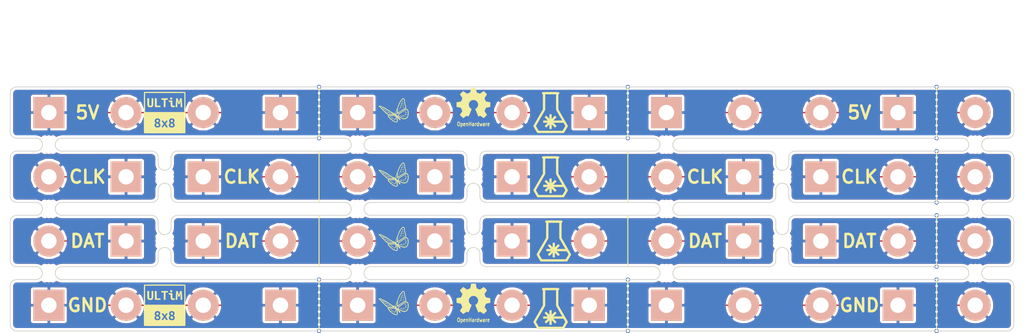
<source format=kicad_pcb>
(kicad_pcb (version 4) (host pcbnew 4.0.2-4+6225~38~ubuntu15.10.1-stable)
  (layers (0 F.Cu signal) (31 B.Cu signal) (34 B.Paste user) (35 F.Paste user) (36 B.SilkS user) (37 F.SilkS user) (38 B.Mask user) (39 F.Mask user) (44 Edge.Cuts user))
  (net 0 "")
  (net 1 /ROW1)
  (net 2 /ROW2)
  (net 3 /ROW3)
  (module ultim8x8_libs:mouse-bite-2.54mm-slot (layer F.Cu) (at 119.38 63.5 90)
    (fp_text reference M5 hide)
    (fp_text value MouseBite hide)
    (pad "" np_thru_hole circle (at 0 -1.1 90) (size 0.5 0.5) (drill 0.5) (layers *.Cu *.Mask))
    (pad "" np_thru_hole circle (at 0 1.1 90) (size 0.5 0.5) (drill 0.5) (layers *.Cu *.Mask))
    (pad "" np_thru_hole circle (at 0.8 -1.1 90) (size 0.5 0.5) (drill 0.5) (layers *.Cu *.Mask))
    (pad "" np_thru_hole circle (at -0.8 -1.1 90) (size 0.5 0.5) (drill 0.5) (layers *.Cu *.Mask))
    (pad "" np_thru_hole circle (at -0.8 1.1 90) (size 0.5 0.5) (drill 0.5) (layers *.Cu *.Mask))
    (pad "" np_thru_hole circle (at 0.8 1.1 90) (size 0.5 0.5) (drill 0.5) (layers *.Cu *.Mask))
  )
  (module ultim8x8_libs:logo_MLlabs_small (layer F.Cu) (at 134.62 76.835)
    (fp_text reference L11 hide)
    (fp_text value Maniacal hide)
  )
  (module ultim8x8_libs:Screw (layer F.Cu) (at 127 63.5)
    (fp_text reference P36 hide)
    (fp_text value CONN_1 hide)
    (pad 1 thru_hole rect (at 0 0) (size 6.096 6.096) (drill 3.048) (layers *.Cu *.Paste *.SilkS *.Mask) (net 3 /ROW3))
  )
  (module ultim8x8_libs:Screw (layer F.Cu) (at 96.52 63.5)
    (fp_text reference P34 hide)
    (fp_text value CONN_1 hide)
    (pad 1 thru_hole circle (at 0 0) (size 6.096 6.096) (drill 3.048) (layers *.Cu *.Paste *.SilkS *.Mask) (net 3 /ROW3))
  )
  (module ultim8x8_libs:Screw (layer F.Cu) (at 111.76 63.5)
    (fp_text reference P35 hide)
    (fp_text value CONN_1 hide)
    (pad 1 thru_hole rect (at 0 0) (size 6.096 6.096) (drill 3.048) (layers *.Cu *.Paste *.SilkS *.Mask) (net 3 /ROW3))
  )
  (module ultim8x8_libs:logo_wyo_butterfly_small (layer F.Cu) (at 104.14 76.2)
    (fp_text reference L7 hide)
    (fp_text value WyoLum hide)
  )
  (module ultim8x8_libs:mouse-bite-2.54mm-slot (layer F.Cu) (at 180.34 63.5 90)
    (fp_text reference M5 hide)
    (fp_text value MouseBite hide)
    (pad "" np_thru_hole circle (at 0 -1.1 90) (size 0.5 0.5) (drill 0.5) (layers *.Cu *.Mask))
    (pad "" np_thru_hole circle (at 0 1.1 90) (size 0.5 0.5) (drill 0.5) (layers *.Cu *.Mask))
    (pad "" np_thru_hole circle (at 0.8 -1.1 90) (size 0.5 0.5) (drill 0.5) (layers *.Cu *.Mask))
    (pad "" np_thru_hole circle (at -0.8 -1.1 90) (size 0.5 0.5) (drill 0.5) (layers *.Cu *.Mask))
    (pad "" np_thru_hole circle (at -0.8 1.1 90) (size 0.5 0.5) (drill 0.5) (layers *.Cu *.Mask))
    (pad "" np_thru_hole circle (at 0.8 1.1 90) (size 0.5 0.5) (drill 0.5) (layers *.Cu *.Mask))
  )
  (module ultim8x8_libs:Screw (layer F.Cu) (at 187.96 63.5)
    (fp_text reference P40 hide)
    (fp_text value CONN_1 hide)
    (pad 1 thru_hole rect (at 0 0) (size 6.096 6.096) (drill 3.048) (layers *.Cu *.Paste *.SilkS *.Mask) (net 3 /ROW3))
  )
  (module ultim8x8_libs:Screw (layer F.Cu) (at 203.2 63.5)
    (fp_text reference P41 hide)
    (fp_text value CONN_1 hide)
    (pad 1 thru_hole circle (at 0 0) (size 6.096 6.096) (drill 3.048) (layers *.Cu *.Paste *.SilkS *.Mask) (net 3 /ROW3))
  )
  (module ultim8x8_libs:Screw (layer F.Cu) (at 218.44 63.5)
    (fp_text reference P42 hide)
    (fp_text value CONN_1 hide)
    (pad 1 thru_hole circle (at 0 0) (size 6.096 6.096) (drill 3.048) (layers *.Cu *.Paste *.SilkS *.Mask) (net 3 /ROW3))
  )
  (module ultim8x8_libs:Screw (layer F.Cu) (at 157.48 63.5)
    (fp_text reference P38 hide)
    (fp_text value CONN_1 hide)
    (pad 1 thru_hole circle (at 0 0) (size 6.096 6.096) (drill 3.048) (layers *.Cu *.Paste *.SilkS *.Mask) (net 3 /ROW3))
  )
  (module ultim8x8_libs:Screw (layer F.Cu) (at 172.72 63.5)
    (fp_text reference P39 hide)
    (fp_text value CONN_1 hide)
    (pad 1 thru_hole rect (at 0 0) (size 6.096 6.096) (drill 3.048) (layers *.Cu *.Paste *.SilkS *.Mask) (net 3 /ROW3))
  )
  (module ultim8x8_libs:Screw (layer F.Cu) (at 142.24 63.5)
    (fp_text reference P37 hide)
    (fp_text value CONN_1 hide)
    (pad 1 thru_hole circle (at 0 0) (size 6.096 6.096) (drill 3.048) (layers *.Cu *.Paste *.SilkS *.Mask) (net 3 /ROW3))
  )
  (module ultim8x8_libs:Screw (layer F.Cu) (at 50.8 63.5)
    (fp_text reference P31 hide)
    (fp_text value CONN_1 hide)
    (pad 1 thru_hole rect (at 0 0) (size 6.096 6.096) (drill 3.048) (layers *.Cu *.Paste *.SilkS *.Mask) (net 3 /ROW3))
  )
  (module ultim8x8_libs:Screw (layer F.Cu) (at 81.28 63.5)
    (fp_text reference P33 hide)
    (fp_text value CONN_1 hide)
    (pad 1 thru_hole circle (at 0 0) (size 6.096 6.096) (drill 3.048) (layers *.Cu *.Paste *.SilkS *.Mask) (net 3 /ROW3))
  )
  (module ultim8x8_libs:Screw (layer F.Cu) (at 35.56 63.5)
    (fp_text reference P69 hide)
    (fp_text value CONN_1 hide)
    (pad 1 thru_hole circle (at 0 0) (size 6.096 6.096) (drill 3.048) (layers *.Cu *.Paste *.SilkS *.Mask) (net 3 /ROW3))
  )
  (module ultim8x8_libs:logo_ultim8x8_small (layer F.Cu) (at 58.42 38.1)
    (fp_text reference L15 hide)
    (fp_text value ULTiM hide)
  )
  (module ultim8x8_libs:Screw (layer F.Cu) (at 66.04 63.5)
    (fp_text reference P32 hide)
    (fp_text value CONN_1 hide)
    (pad 1 thru_hole rect (at 0 0) (size 6.096 6.096) (drill 3.048) (layers *.Cu *.Paste *.SilkS *.Mask) (net 3 /ROW3))
  )
  (module ultim8x8_libs:mouse-bite-2.54mm-slot (layer F.Cu) (at 58.42 63.5 90)
    (fp_text reference M5 hide)
    (fp_text value MouseBite hide)
    (pad "" np_thru_hole circle (at 0 -1.1 90) (size 0.5 0.5) (drill 0.5) (layers *.Cu *.Mask))
    (pad "" np_thru_hole circle (at 0 1.1 90) (size 0.5 0.5) (drill 0.5) (layers *.Cu *.Mask))
    (pad "" np_thru_hole circle (at 0.8 -1.1 90) (size 0.5 0.5) (drill 0.5) (layers *.Cu *.Mask))
    (pad "" np_thru_hole circle (at -0.8 -1.1 90) (size 0.5 0.5) (drill 0.5) (layers *.Cu *.Mask))
    (pad "" np_thru_hole circle (at -0.8 1.1 90) (size 0.5 0.5) (drill 0.5) (layers *.Cu *.Mask))
    (pad "" np_thru_hole circle (at 0.8 1.1 90) (size 0.5 0.5) (drill 0.5) (layers *.Cu *.Mask))
  )
  (module ultim8x8_libs:mouse-bite-2.54mm-slot (layer F.Cu) (at 96.52 57.15)
    (fp_text reference M6 hide)
    (fp_text value MouseBite hide)
    (pad "" np_thru_hole circle (at 0 -1.1) (size 0.5 0.5) (drill 0.5) (layers *.Cu *.Mask))
    (pad "" np_thru_hole circle (at 0 1.1) (size 0.5 0.5) (drill 0.5) (layers *.Cu *.Mask))
    (pad "" np_thru_hole circle (at 0.8 -1.1) (size 0.5 0.5) (drill 0.5) (layers *.Cu *.Mask))
    (pad "" np_thru_hole circle (at -0.8 -1.1) (size 0.5 0.5) (drill 0.5) (layers *.Cu *.Mask))
    (pad "" np_thru_hole circle (at -0.8 1.1) (size 0.5 0.5) (drill 0.5) (layers *.Cu *.Mask))
    (pad "" np_thru_hole circle (at 0.8 1.1) (size 0.5 0.5) (drill 0.5) (layers *.Cu *.Mask))
  )
  (module ultim8x8_libs:mouse-bite-2.54mm-slot (layer F.Cu) (at 35.56 57.15)
    (fp_text reference M5 hide)
    (fp_text value MouseBite hide)
    (pad "" np_thru_hole circle (at 0 -1.1) (size 0.5 0.5) (drill 0.5) (layers *.Cu *.Mask))
    (pad "" np_thru_hole circle (at 0 1.1) (size 0.5 0.5) (drill 0.5) (layers *.Cu *.Mask))
    (pad "" np_thru_hole circle (at 0.8 -1.1) (size 0.5 0.5) (drill 0.5) (layers *.Cu *.Mask))
    (pad "" np_thru_hole circle (at -0.8 -1.1) (size 0.5 0.5) (drill 0.5) (layers *.Cu *.Mask))
    (pad "" np_thru_hole circle (at -0.8 1.1) (size 0.5 0.5) (drill 0.5) (layers *.Cu *.Mask))
    (pad "" np_thru_hole circle (at 0.8 1.1) (size 0.5 0.5) (drill 0.5) (layers *.Cu *.Mask))
  )
  (module ultim8x8_libs:mouse-bite-2.54mm-slot (layer F.Cu) (at 218.44 57.15)
    (fp_text reference M8 hide)
    (fp_text value MouseBite hide)
    (pad "" np_thru_hole circle (at 0 -1.1) (size 0.5 0.5) (drill 0.5) (layers *.Cu *.Mask))
    (pad "" np_thru_hole circle (at 0 1.1) (size 0.5 0.5) (drill 0.5) (layers *.Cu *.Mask))
    (pad "" np_thru_hole circle (at 0.8 -1.1) (size 0.5 0.5) (drill 0.5) (layers *.Cu *.Mask))
    (pad "" np_thru_hole circle (at -0.8 -1.1) (size 0.5 0.5) (drill 0.5) (layers *.Cu *.Mask))
    (pad "" np_thru_hole circle (at -0.8 1.1) (size 0.5 0.5) (drill 0.5) (layers *.Cu *.Mask))
    (pad "" np_thru_hole circle (at 0.8 1.1) (size 0.5 0.5) (drill 0.5) (layers *.Cu *.Mask))
  )
  (module ultim8x8_libs:mouse-bite-2.54mm-slot (layer F.Cu) (at 157.48 57.15)
    (fp_text reference M6 hide)
    (fp_text value MouseBite hide)
    (pad "" np_thru_hole circle (at 0 -1.1) (size 0.5 0.5) (drill 0.5) (layers *.Cu *.Mask))
    (pad "" np_thru_hole circle (at 0 1.1) (size 0.5 0.5) (drill 0.5) (layers *.Cu *.Mask))
    (pad "" np_thru_hole circle (at 0.8 -1.1) (size 0.5 0.5) (drill 0.5) (layers *.Cu *.Mask))
    (pad "" np_thru_hole circle (at -0.8 -1.1) (size 0.5 0.5) (drill 0.5) (layers *.Cu *.Mask))
    (pad "" np_thru_hole circle (at -0.8 1.1) (size 0.5 0.5) (drill 0.5) (layers *.Cu *.Mask))
    (pad "" np_thru_hole circle (at 0.8 1.1) (size 0.5 0.5) (drill 0.5) (layers *.Cu *.Mask))
  )
  (module ultim8x8_libs:via_0.8 (layer F.Cu) (at 210.82 72.39)
    (fp_text reference REF**1112 hide)
    (fp_text value via_0.8 hide)
    (pad 1 thru_hole circle (at 0 0) (size 0.8 0.8) (drill 0.5) (layers *.Cu) (net 1 /ROW1))
  )
  (module ultim8x8_libs:via_0.8 (layer F.Cu) (at 210.82 71.12)
    (fp_text reference REF**1111 hide)
    (fp_text value via_0.8 hide)
    (pad 1 thru_hole circle (at 0 0) (size 0.8 0.8) (drill 0.5) (layers *.Cu) (net 1 /ROW1))
  )
  (module ultim8x8_libs:via_0.8 (layer F.Cu) (at 210.82 33.02)
    (fp_text reference REF**11111 hide)
    (fp_text value via_0.8 hide)
    (pad 1 thru_hole circle (at 0 0) (size 0.8 0.8) (drill 0.5) (layers *.Cu) (net 2 /ROW2))
  )
  (module ultim8x8_libs:via_0.8 (layer F.Cu) (at 210.82 34.29)
    (fp_text reference REF**11112 hide)
    (fp_text value via_0.8 hide)
    (pad 1 thru_hole circle (at 0 0) (size 0.8 0.8) (drill 0.5) (layers *.Cu) (net 2 /ROW2))
  )
  (module ultim8x8_libs:via_0.8 (layer F.Cu) (at 210.82 35.56)
    (fp_text reference REF**11113 hide)
    (fp_text value via_0.8 hide)
    (pad 1 thru_hole circle (at 0 0) (size 0.8 0.8) (drill 0.5) (layers *.Cu) (net 2 /ROW2))
  )
  (module ultim8x8_libs:via_0.8 (layer F.Cu) (at 210.82 36.83)
    (fp_text reference REF**11114 hide)
    (fp_text value via_0.8 hide)
    (pad 1 thru_hole circle (at 0 0) (size 0.8 0.8) (drill 0.5) (layers *.Cu) (net 2 /ROW2))
  )
  (module ultim8x8_libs:via_0.8 (layer F.Cu) (at 210.82 73.66)
    (fp_text reference REF**1113 hide)
    (fp_text value via_0.8 hide)
    (pad 1 thru_hole circle (at 0 0) (size 0.8 0.8) (drill 0.5) (layers *.Cu) (net 1 /ROW1))
  )
  (module ultim8x8_libs:via_0.8 (layer F.Cu) (at 210.82 43.18)
    (fp_text reference REF**11118 hide)
    (fp_text value via_0.8 hide)
    (pad 1 thru_hole circle (at 0 0) (size 0.8 0.8) (drill 0.5) (layers *.Cu) (net 2 /ROW2))
  )
  (module ultim8x8_libs:via_0.8 (layer F.Cu) (at 210.82 38.1)
    (fp_text reference REF**11115 hide)
    (fp_text value via_0.8 hide)
    (pad 1 thru_hole circle (at 0 0) (size 0.8 0.8) (drill 0.5) (layers *.Cu) (net 2 /ROW2))
  )
  (module ultim8x8_libs:via_0.8 (layer F.Cu) (at 210.82 39.37)
    (fp_text reference REF**11116 hide)
    (fp_text value via_0.8 hide)
    (pad 1 thru_hole circle (at 0 0) (size 0.8 0.8) (drill 0.5) (layers *.Cu) (net 2 /ROW2))
  )
  (module ultim8x8_libs:via_0.8 (layer F.Cu) (at 210.82 40.64)
    (fp_text reference REF**11117 hide)
    (fp_text value via_0.8 hide)
    (pad 1 thru_hole circle (at 0 0) (size 0.8 0.8) (drill 0.5) (layers *.Cu) (net 2 /ROW2))
  )
  (module ultim8x8_libs:via_0.8 (layer F.Cu) (at 210.82 41.91)
    (fp_text reference REF**11118 hide)
    (fp_text value via_0.8 hide)
    (pad 1 thru_hole circle (at 0 0) (size 0.8 0.8) (drill 0.5) (layers *.Cu) (net 2 /ROW2))
  )
  (module ultim8x8_libs:via_0.8 (layer F.Cu) (at 210.82 81.28)
    (fp_text reference REF**1119 hide)
    (fp_text value via_0.8 hide)
    (pad 1 thru_hole circle (at 0 0) (size 0.8 0.8) (drill 0.5) (layers *.Cu) (net 1 /ROW1))
  )
  (module ultim8x8_libs:via_0.8 (layer F.Cu) (at 210.82 74.93)
    (fp_text reference REF**1114 hide)
    (fp_text value via_0.8 hide)
    (pad 1 thru_hole circle (at 0 0) (size 0.8 0.8) (drill 0.5) (layers *.Cu) (net 1 /ROW1))
  )
  (module ultim8x8_libs:via_0.8 (layer F.Cu) (at 210.82 76.2)
    (fp_text reference REF**1115 hide)
    (fp_text value via_0.8 hide)
    (pad 1 thru_hole circle (at 0 0) (size 0.8 0.8) (drill 0.5) (layers *.Cu) (net 1 /ROW1))
  )
  (module ultim8x8_libs:via_0.8 (layer F.Cu) (at 210.82 77.47)
    (fp_text reference REF**1116 hide)
    (fp_text value via_0.8 hide)
    (pad 1 thru_hole circle (at 0 0) (size 0.8 0.8) (drill 0.5) (layers *.Cu) (net 1 /ROW1))
  )
  (module ultim8x8_libs:via_0.8 (layer F.Cu) (at 210.82 78.74)
    (fp_text reference REF**1117 hide)
    (fp_text value via_0.8 hide)
    (pad 1 thru_hole circle (at 0 0) (size 0.8 0.8) (drill 0.5) (layers *.Cu) (net 1 /ROW1))
  )
  (module ultim8x8_libs:via_0.8 (layer F.Cu) (at 210.82 80.01)
    (fp_text reference REF**1118 hide)
    (fp_text value via_0.8 hide)
    (pad 1 thru_hole circle (at 0 0) (size 0.8 0.8) (drill 0.5) (layers *.Cu) (net 1 /ROW1))
  )
  (module ultim8x8_libs:via_0.8 (layer F.Cu) (at 149.86 43.18)
    (fp_text reference REF**11118 hide)
    (fp_text value via_0.8 hide)
    (pad 1 thru_hole circle (at 0 0) (size 0.8 0.8) (drill 0.5) (layers *.Cu) (net 2 /ROW2))
  )
  (module ultim8x8_libs:via_0.8 (layer F.Cu) (at 88.9 43.18)
    (fp_text reference REF**11118 hide)
    (fp_text value via_0.8 hide)
    (pad 1 thru_hole circle (at 0 0) (size 0.8 0.8) (drill 0.5) (layers *.Cu) (net 2 /ROW2))
  )
  (module ultim8x8_libs:mouse-bite-2.54mm-slot (layer F.Cu) (at 157.48 44.45)
    (fp_text reference M6 hide)
    (fp_text value MouseBite hide)
    (pad "" np_thru_hole circle (at 0 -1.1) (size 0.5 0.5) (drill 0.5) (layers *.Cu *.Mask))
    (pad "" np_thru_hole circle (at 0 1.1) (size 0.5 0.5) (drill 0.5) (layers *.Cu *.Mask))
    (pad "" np_thru_hole circle (at 0.8 -1.1) (size 0.5 0.5) (drill 0.5) (layers *.Cu *.Mask))
    (pad "" np_thru_hole circle (at -0.8 -1.1) (size 0.5 0.5) (drill 0.5) (layers *.Cu *.Mask))
    (pad "" np_thru_hole circle (at -0.8 1.1) (size 0.5 0.5) (drill 0.5) (layers *.Cu *.Mask))
    (pad "" np_thru_hole circle (at 0.8 1.1) (size 0.5 0.5) (drill 0.5) (layers *.Cu *.Mask))
  )
  (module ultim8x8_libs:mouse-bite-2.54mm-slot (layer F.Cu) (at 180.34 50.8 90)
    (fp_text reference M5 hide)
    (fp_text value MouseBite hide)
    (pad "" np_thru_hole circle (at 0 -1.1 90) (size 0.5 0.5) (drill 0.5) (layers *.Cu *.Mask))
    (pad "" np_thru_hole circle (at 0 1.1 90) (size 0.5 0.5) (drill 0.5) (layers *.Cu *.Mask))
    (pad "" np_thru_hole circle (at 0.8 -1.1 90) (size 0.5 0.5) (drill 0.5) (layers *.Cu *.Mask))
    (pad "" np_thru_hole circle (at -0.8 -1.1 90) (size 0.5 0.5) (drill 0.5) (layers *.Cu *.Mask))
    (pad "" np_thru_hole circle (at -0.8 1.1 90) (size 0.5 0.5) (drill 0.5) (layers *.Cu *.Mask))
    (pad "" np_thru_hole circle (at 0.8 1.1 90) (size 0.5 0.5) (drill 0.5) (layers *.Cu *.Mask))
  )
  (module ultim8x8_libs:mouse-bite-2.54mm-slot (layer F.Cu) (at 119.38 50.8 90)
    (fp_text reference M5 hide)
    (fp_text value MouseBite hide)
    (pad "" np_thru_hole circle (at 0 -1.1 90) (size 0.5 0.5) (drill 0.5) (layers *.Cu *.Mask))
    (pad "" np_thru_hole circle (at 0 1.1 90) (size 0.5 0.5) (drill 0.5) (layers *.Cu *.Mask))
    (pad "" np_thru_hole circle (at 0.8 -1.1 90) (size 0.5 0.5) (drill 0.5) (layers *.Cu *.Mask))
    (pad "" np_thru_hole circle (at -0.8 -1.1 90) (size 0.5 0.5) (drill 0.5) (layers *.Cu *.Mask))
    (pad "" np_thru_hole circle (at -0.8 1.1 90) (size 0.5 0.5) (drill 0.5) (layers *.Cu *.Mask))
    (pad "" np_thru_hole circle (at 0.8 1.1 90) (size 0.5 0.5) (drill 0.5) (layers *.Cu *.Mask))
  )
  (module ultim8x8_libs:mouse-bite-2.54mm-slot (layer F.Cu) (at 58.42 50.8 90)
    (fp_text reference M5 hide)
    (fp_text value MouseBite hide)
    (pad "" np_thru_hole circle (at 0 -1.1 90) (size 0.5 0.5) (drill 0.5) (layers *.Cu *.Mask))
    (pad "" np_thru_hole circle (at 0 1.1 90) (size 0.5 0.5) (drill 0.5) (layers *.Cu *.Mask))
    (pad "" np_thru_hole circle (at 0.8 -1.1 90) (size 0.5 0.5) (drill 0.5) (layers *.Cu *.Mask))
    (pad "" np_thru_hole circle (at -0.8 -1.1 90) (size 0.5 0.5) (drill 0.5) (layers *.Cu *.Mask))
    (pad "" np_thru_hole circle (at -0.8 1.1 90) (size 0.5 0.5) (drill 0.5) (layers *.Cu *.Mask))
    (pad "" np_thru_hole circle (at 0.8 1.1 90) (size 0.5 0.5) (drill 0.5) (layers *.Cu *.Mask))
  )
  (module ultim8x8_libs:via_0.8 (layer F.Cu) (at 88.9 81.28)
    (fp_text reference REF**119 hide)
    (fp_text value via_0.8 hide)
    (pad 1 thru_hole circle (at 0 0) (size 0.8 0.8) (drill 0.5) (layers *.Cu) (net 1 /ROW1))
  )
  (module ultim8x8_libs:via_0.8 (layer F.Cu) (at 88.9 80.01)
    (fp_text reference REF**118 hide)
    (fp_text value via_0.8 hide)
    (pad 1 thru_hole circle (at 0 0) (size 0.8 0.8) (drill 0.5) (layers *.Cu) (net 1 /ROW1))
  )
  (module ultim8x8_libs:via_0.8 (layer F.Cu) (at 88.9 78.74)
    (fp_text reference REF**117 hide)
    (fp_text value via_0.8 hide)
    (pad 1 thru_hole circle (at 0 0) (size 0.8 0.8) (drill 0.5) (layers *.Cu) (net 1 /ROW1))
  )
  (module ultim8x8_libs:via_0.8 (layer F.Cu) (at 88.9 77.47)
    (fp_text reference REF**116 hide)
    (fp_text value via_0.8 hide)
    (pad 1 thru_hole circle (at 0 0) (size 0.8 0.8) (drill 0.5) (layers *.Cu) (net 1 /ROW1))
  )
  (module ultim8x8_libs:via_0.8 (layer F.Cu) (at 88.9 76.2)
    (fp_text reference REF**115 hide)
    (fp_text value via_0.8 hide)
    (pad 1 thru_hole circle (at 0 0) (size 0.8 0.8) (drill 0.5) (layers *.Cu) (net 1 /ROW1))
  )
  (module ultim8x8_libs:via_0.8 (layer F.Cu) (at 88.9 74.93)
    (fp_text reference REF**114 hide)
    (fp_text value via_0.8 hide)
    (pad 1 thru_hole circle (at 0 0) (size 0.8 0.8) (drill 0.5) (layers *.Cu) (net 1 /ROW1))
  )
  (module ultim8x8_libs:via_0.8 (layer F.Cu) (at 88.9 73.66)
    (fp_text reference REF**113 hide)
    (fp_text value via_0.8 hide)
    (pad 1 thru_hole circle (at 0 0) (size 0.8 0.8) (drill 0.5) (layers *.Cu) (net 1 /ROW1))
  )
  (module ultim8x8_libs:via_0.8 (layer F.Cu) (at 88.9 71.12)
    (fp_text reference REF**112 hide)
    (fp_text value via_0.8 hide)
    (pad 1 thru_hole circle (at 0 0) (size 0.8 0.8) (drill 0.5) (layers *.Cu) (net 1 /ROW1))
  )
  (module ultim8x8_libs:via_0.8 (layer F.Cu) (at 88.9 41.91)
    (fp_text reference REF**11118 hide)
    (fp_text value via_0.8 hide)
    (pad 1 thru_hole circle (at 0 0) (size 0.8 0.8) (drill 0.5) (layers *.Cu) (net 2 /ROW2))
  )
  (module ultim8x8_libs:via_0.8 (layer F.Cu) (at 88.9 40.64)
    (fp_text reference REF**11117 hide)
    (fp_text value via_0.8 hide)
    (pad 1 thru_hole circle (at 0 0) (size 0.8 0.8) (drill 0.5) (layers *.Cu) (net 2 /ROW2))
  )
  (module ultim8x8_libs:via_0.8 (layer F.Cu) (at 88.9 39.37)
    (fp_text reference REF**11116 hide)
    (fp_text value via_0.8 hide)
    (pad 1 thru_hole circle (at 0 0) (size 0.8 0.8) (drill 0.5) (layers *.Cu) (net 2 /ROW2))
  )
  (module ultim8x8_libs:via_0.8 (layer F.Cu) (at 88.9 38.1)
    (fp_text reference REF**11115 hide)
    (fp_text value via_0.8 hide)
    (pad 1 thru_hole circle (at 0 0) (size 0.8 0.8) (drill 0.5) (layers *.Cu) (net 2 /ROW2))
  )
  (module ultim8x8_libs:via_0.8 (layer F.Cu) (at 88.9 36.83)
    (fp_text reference REF**11114 hide)
    (fp_text value via_0.8 hide)
    (pad 1 thru_hole circle (at 0 0) (size 0.8 0.8) (drill 0.5) (layers *.Cu) (net 2 /ROW2))
  )
  (module ultim8x8_libs:via_0.8 (layer F.Cu) (at 88.9 35.56)
    (fp_text reference REF**11113 hide)
    (fp_text value via_0.8 hide)
    (pad 1 thru_hole circle (at 0 0) (size 0.8 0.8) (drill 0.5) (layers *.Cu) (net 2 /ROW2))
  )
  (module ultim8x8_libs:via_0.8 (layer F.Cu) (at 88.9 34.29)
    (fp_text reference REF**11112 hide)
    (fp_text value via_0.8 hide)
    (pad 1 thru_hole circle (at 0 0) (size 0.8 0.8) (drill 0.5) (layers *.Cu) (net 2 /ROW2))
  )
  (module ultim8x8_libs:via_0.8 (layer F.Cu) (at 210.82 68.58)
    (fp_text reference REF**11111110 hide)
    (fp_text value via_0.8 hide)
    (pad 1 thru_hole circle (at 0 0) (size 0.8 0.8) (drill 0.5) (layers *.Cu) (net 3 /ROW3))
  )
  (module ultim8x8_libs:via_0.8 (layer F.Cu) (at 210.82 67.31)
    (fp_text reference REF**1111118 hide)
    (fp_text value via_0.8 hide)
    (pad 1 thru_hole circle (at 0 0) (size 0.8 0.8) (drill 0.5) (layers *.Cu) (net 3 /ROW3))
  )
  (module ultim8x8_libs:via_0.8 (layer F.Cu) (at 210.82 66.04)
    (fp_text reference REF**1111117 hide)
    (fp_text value via_0.8 hide)
    (pad 1 thru_hole circle (at 0 0) (size 0.8 0.8) (drill 0.5) (layers *.Cu) (net 3 /ROW3))
  )
  (module ultim8x8_libs:via_0.8 (layer F.Cu) (at 210.82 64.77)
    (fp_text reference REF**1111116 hide)
    (fp_text value via_0.8 hide)
    (pad 1 thru_hole circle (at 0 0) (size 0.8 0.8) (drill 0.5) (layers *.Cu) (net 3 /ROW3))
  )
  (module ultim8x8_libs:via_0.8 (layer F.Cu) (at 210.82 63.5)
    (fp_text reference REF**1111115 hide)
    (fp_text value via_0.8 hide)
    (pad 1 thru_hole circle (at 0 0) (size 0.8 0.8) (drill 0.5) (layers *.Cu) (net 3 /ROW3))
  )
  (module ultim8x8_libs:via_0.8 (layer F.Cu) (at 210.82 62.23)
    (fp_text reference REF**1111114 hide)
    (fp_text value via_0.8 hide)
    (pad 1 thru_hole circle (at 0 0) (size 0.8 0.8) (drill 0.5) (layers *.Cu) (net 3 /ROW3))
  )
  (module ultim8x8_libs:via_0.8 (layer F.Cu) (at 210.82 60.96)
    (fp_text reference REF**1111113 hide)
    (fp_text value via_0.8 hide)
    (pad 1 thru_hole circle (at 0 0) (size 0.8 0.8) (drill 0.5) (layers *.Cu) (net 3 /ROW3))
  )
  (module ultim8x8_libs:via_0.8 (layer F.Cu) (at 210.82 59.69)
    (fp_text reference REF**1111112 hide)
    (fp_text value via_0.8 hide)
    (pad 1 thru_hole circle (at 0 0) (size 0.8 0.8) (drill 0.5) (layers *.Cu) (net 3 /ROW3))
  )
  (module ultim8x8_libs:via_0.8 (layer F.Cu) (at 210.82 55.88)
    (fp_text reference REF**11111110 hide)
    (fp_text value via_0.8 hide)
    (pad 1 thru_hole circle (at 0 0) (size 0.8 0.8) (drill 0.5) (layers *.Cu) (net 3 /ROW3))
  )
  (module ultim8x8_libs:via_0.8 (layer F.Cu) (at 210.82 54.61)
    (fp_text reference REF**1111118 hide)
    (fp_text value via_0.8 hide)
    (pad 1 thru_hole circle (at 0 0) (size 0.8 0.8) (drill 0.5) (layers *.Cu) (net 3 /ROW3))
  )
  (module ultim8x8_libs:via_0.8 (layer F.Cu) (at 210.82 53.34)
    (fp_text reference REF**1111117 hide)
    (fp_text value via_0.8 hide)
    (pad 1 thru_hole circle (at 0 0) (size 0.8 0.8) (drill 0.5) (layers *.Cu) (net 3 /ROW3))
  )
  (module ultim8x8_libs:via_0.8 (layer F.Cu) (at 210.82 52.07)
    (fp_text reference REF**1111116 hide)
    (fp_text value via_0.8 hide)
    (pad 1 thru_hole circle (at 0 0) (size 0.8 0.8) (drill 0.5) (layers *.Cu) (net 3 /ROW3))
  )
  (module ultim8x8_libs:via_0.8 (layer F.Cu) (at 210.82 50.8)
    (fp_text reference REF**1111115 hide)
    (fp_text value via_0.8 hide)
    (pad 1 thru_hole circle (at 0 0) (size 0.8 0.8) (drill 0.5) (layers *.Cu) (net 3 /ROW3))
  )
  (module ultim8x8_libs:via_0.8 (layer F.Cu) (at 210.82 49.53)
    (fp_text reference REF**1111114 hide)
    (fp_text value via_0.8 hide)
    (pad 1 thru_hole circle (at 0 0) (size 0.8 0.8) (drill 0.5) (layers *.Cu) (net 3 /ROW3))
  )
  (module ultim8x8_libs:via_0.8 (layer F.Cu) (at 210.82 48.26)
    (fp_text reference REF**1111113 hide)
    (fp_text value via_0.8 hide)
    (pad 1 thru_hole circle (at 0 0) (size 0.8 0.8) (drill 0.5) (layers *.Cu) (net 3 /ROW3))
  )
  (module ultim8x8_libs:via_0.8 (layer F.Cu) (at 210.82 46.99)
    (fp_text reference REF**1111112 hide)
    (fp_text value via_0.8 hide)
    (pad 1 thru_hole circle (at 0 0) (size 0.8 0.8) (drill 0.5) (layers *.Cu) (net 3 /ROW3))
  )
  (module ultim8x8_libs:via_0.8 (layer F.Cu) (at 149.86 41.91)
    (fp_text reference REF**11118 hide)
    (fp_text value via_0.8 hide)
    (pad 1 thru_hole circle (at 0 0) (size 0.8 0.8) (drill 0.5) (layers *.Cu) (net 2 /ROW2))
  )
  (module ultim8x8_libs:via_0.8 (layer F.Cu) (at 149.86 40.64)
    (fp_text reference REF**11117 hide)
    (fp_text value via_0.8 hide)
    (pad 1 thru_hole circle (at 0 0) (size 0.8 0.8) (drill 0.5) (layers *.Cu) (net 2 /ROW2))
  )
  (module ultim8x8_libs:via_0.8 (layer F.Cu) (at 149.86 39.37)
    (fp_text reference REF**11116 hide)
    (fp_text value via_0.8 hide)
    (pad 1 thru_hole circle (at 0 0) (size 0.8 0.8) (drill 0.5) (layers *.Cu) (net 2 /ROW2))
  )
  (module ultim8x8_libs:via_0.8 (layer F.Cu) (at 149.86 38.1)
    (fp_text reference REF**11115 hide)
    (fp_text value via_0.8 hide)
    (pad 1 thru_hole circle (at 0 0) (size 0.8 0.8) (drill 0.5) (layers *.Cu) (net 2 /ROW2))
  )
  (module ultim8x8_libs:via_0.8 (layer F.Cu) (at 149.86 36.83)
    (fp_text reference REF**11114 hide)
    (fp_text value via_0.8 hide)
    (pad 1 thru_hole circle (at 0 0) (size 0.8 0.8) (drill 0.5) (layers *.Cu) (net 2 /ROW2))
  )
  (module ultim8x8_libs:via_0.8 (layer F.Cu) (at 149.86 35.56)
    (fp_text reference REF**11113 hide)
    (fp_text value via_0.8 hide)
    (pad 1 thru_hole circle (at 0 0) (size 0.8 0.8) (drill 0.5) (layers *.Cu) (net 2 /ROW2))
  )
  (module ultim8x8_libs:via_0.8 (layer F.Cu) (at 149.86 34.29)
    (fp_text reference REF**11112 hide)
    (fp_text value via_0.8 hide)
    (pad 1 thru_hole circle (at 0 0) (size 0.8 0.8) (drill 0.5) (layers *.Cu) (net 2 /ROW2))
  )
  (module ultim8x8_libs:via_0.8 (layer F.Cu) (at 149.86 81.28)
    (fp_text reference REF**1119 hide)
    (fp_text value via_0.8 hide)
    (pad 1 thru_hole circle (at 0 0) (size 0.8 0.8) (drill 0.5) (layers *.Cu) (net 1 /ROW1))
  )
  (module ultim8x8_libs:via_0.8 (layer F.Cu) (at 149.86 80.01)
    (fp_text reference REF**1118 hide)
    (fp_text value via_0.8 hide)
    (pad 1 thru_hole circle (at 0 0) (size 0.8 0.8) (drill 0.5) (layers *.Cu) (net 1 /ROW1))
  )
  (module ultim8x8_libs:via_0.8 (layer F.Cu) (at 149.86 78.74)
    (fp_text reference REF**1117 hide)
    (fp_text value via_0.8 hide)
    (pad 1 thru_hole circle (at 0 0) (size 0.8 0.8) (drill 0.5) (layers *.Cu) (net 1 /ROW1))
  )
  (module ultim8x8_libs:via_0.8 (layer F.Cu) (at 149.86 77.47)
    (fp_text reference REF**1116 hide)
    (fp_text value via_0.8 hide)
    (pad 1 thru_hole circle (at 0 0) (size 0.8 0.8) (drill 0.5) (layers *.Cu) (net 1 /ROW1))
  )
  (module ultim8x8_libs:via_0.8 (layer F.Cu) (at 149.86 76.2)
    (fp_text reference REF**1115 hide)
    (fp_text value via_0.8 hide)
    (pad 1 thru_hole circle (at 0 0) (size 0.8 0.8) (drill 0.5) (layers *.Cu) (net 1 /ROW1))
  )
  (module ultim8x8_libs:via_0.8 (layer F.Cu) (at 149.86 74.93)
    (fp_text reference REF**1114 hide)
    (fp_text value via_0.8 hide)
    (pad 1 thru_hole circle (at 0 0) (size 0.8 0.8) (drill 0.5) (layers *.Cu) (net 1 /ROW1))
  )
  (module ultim8x8_libs:via_0.8 (layer F.Cu) (at 149.86 73.66)
    (fp_text reference REF**1113 hide)
    (fp_text value via_0.8 hide)
    (pad 1 thru_hole circle (at 0 0) (size 0.8 0.8) (drill 0.5) (layers *.Cu) (net 1 /ROW1))
  )
  (module ultim8x8_libs:via_0.8 (layer F.Cu) (at 149.86 72.39)
    (fp_text reference REF**1112 hide)
    (fp_text value via_0.8 hide)
    (pad 1 thru_hole circle (at 0 0) (size 0.8 0.8) (drill 0.5) (layers *.Cu) (net 1 /ROW1))
  )
  (module ultim8x8_libs:via_0.8 (layer F.Cu) (at 88.9 72.39)
    (fp_text reference REF**111 hide)
    (fp_text value via_0.8 hide)
    (pad 1 thru_hole circle (at 0 0) (size 0.8 0.8) (drill 0.5) (layers *.Cu) (net 1 /ROW1))
  )
  (module ultim8x8_libs:via_0.8 (layer F.Cu) (at 88.9 33.02)
    (fp_text reference REF**11111 hide)
    (fp_text value via_0.8 hide)
    (pad 1 thru_hole circle (at 0 0) (size 0.8 0.8) (drill 0.5) (layers *.Cu) (net 2 /ROW2))
  )
  (module ultim8x8_libs:via_0.8 (layer F.Cu) (at 210.82 58.42)
    (fp_text reference REF**1111111 hide)
    (fp_text value via_0.8 hide)
    (pad 1 thru_hole circle (at 0 0) (size 0.8 0.8) (drill 0.5) (layers *.Cu) (net 3 /ROW3))
  )
  (module ultim8x8_libs:via_0.8 (layer F.Cu) (at 210.82 45.72)
    (fp_text reference REF**1111111 hide)
    (fp_text value via_0.8 hide)
    (pad 1 thru_hole circle (at 0 0) (size 0.8 0.8) (drill 0.5) (layers *.Cu) (net 3 /ROW3))
  )
  (module ultim8x8_libs:via_0.8 (layer F.Cu) (at 149.86 33.02)
    (fp_text reference REF**11111 hide)
    (fp_text value via_0.8 hide)
    (pad 1 thru_hole circle (at 0 0) (size 0.8 0.8) (drill 0.5) (layers *.Cu) (net 2 /ROW2))
  )
  (module ultim8x8_libs:via_0.8 (layer F.Cu) (at 149.86 71.12)
    (fp_text reference REF**1111 hide)
    (fp_text value via_0.8 hide)
    (pad 1 thru_hole circle (at 0 0) (size 0.8 0.8) (drill 0.5) (layers *.Cu) (net 1 /ROW1))
  )
  (module ultim8x8_libs:Screw (layer F.Cu) (at 35.56 50.8)
    (fp_text reference P69 hide)
    (fp_text value CONN_1 hide)
    (pad 1 thru_hole circle (at 0 0) (size 6.096 6.096) (drill 3.048) (layers *.Cu *.Paste *.SilkS *.Mask) (net 3 /ROW3))
  )
  (module ultim8x8_libs:Screw (layer F.Cu) (at 35.56 38.1)
    (fp_text reference P68 hide)
    (fp_text value CONN_1 hide)
    (pad 1 thru_hole rect (at 0 0) (size 6.096 6.096) (drill 3.048) (layers *.Cu *.Paste *.SilkS *.Mask) (net 2 /ROW2))
  )
  (module ultim8x8_libs:Screw (layer F.Cu) (at 35.56 76.2)
    (fp_text reference P67 hide)
    (fp_text value CONN_1 hide)
    (pad 1 thru_hole rect (at 0 0) (size 6.096 6.096) (drill 3.048) (layers *.Cu *.Paste *.SilkS *.Mask) (net 1 /ROW1))
  )
  (module ultim8x8_libs:Screw (layer F.Cu) (at 50.8 76.2)
    (fp_text reference P1 hide)
    (fp_text value CONN_1 hide)
    (pad 1 thru_hole circle (at 0 0) (size 6.096 6.096) (drill 3.048) (layers *.Cu *.Paste *.SilkS *.Mask) (net 1 /ROW1))
  )
  (module ultim8x8_libs:Screw (layer F.Cu) (at 81.28 76.2)
    (fp_text reference P2 hide)
    (fp_text value CONN_1 hide)
    (pad 1 thru_hole rect (at 0 0) (size 6.096 6.096) (drill 3.048) (layers *.Cu *.Paste *.SilkS *.Mask) (net 1 /ROW1))
  )
  (module ultim8x8_libs:Screw (layer F.Cu) (at 111.76 76.2)
    (fp_text reference P3 hide)
    (fp_text value CONN_1 hide)
    (pad 1 thru_hole circle (at 0 0) (size 6.096 6.096) (drill 3.048) (layers *.Cu *.Paste *.SilkS *.Mask) (net 1 /ROW1))
  )
  (module ultim8x8_libs:Screw (layer F.Cu) (at 142.24 76.2)
    (fp_text reference P4 hide)
    (fp_text value CONN_1 hide)
    (pad 1 thru_hole rect (at 0 0) (size 6.096 6.096) (drill 3.048) (layers *.Cu *.Paste *.SilkS *.Mask) (net 1 /ROW1))
  )
  (module ultim8x8_libs:Screw (layer F.Cu) (at 172.72 76.2)
    (fp_text reference P5 hide)
    (fp_text value CONN_1 hide)
    (pad 1 thru_hole circle (at 0 0) (size 6.096 6.096) (drill 3.048) (layers *.Cu *.Paste *.SilkS *.Mask) (net 1 /ROW1))
  )
  (module ultim8x8_libs:Screw (layer F.Cu) (at 203.2 76.2)
    (fp_text reference P6 hide)
    (fp_text value CONN_1 hide)
    (pad 1 thru_hole rect (at 0 0) (size 6.096 6.096) (drill 3.048) (layers *.Cu *.Paste *.SilkS *.Mask) (net 1 /ROW1))
  )
  (module ultim8x8_libs:Screw (layer F.Cu) (at 66.04 76.2)
    (fp_text reference P7 hide)
    (fp_text value CONN_1 hide)
    (pad 1 thru_hole circle (at 0 0) (size 6.096 6.096) (drill 3.048) (layers *.Cu *.Paste *.SilkS *.Mask) (net 1 /ROW1))
  )
  (module ultim8x8_libs:Screw (layer F.Cu) (at 96.52 76.2)
    (fp_text reference P8 hide)
    (fp_text value CONN_1 hide)
    (pad 1 thru_hole rect (at 0 0) (size 6.096 6.096) (drill 3.048) (layers *.Cu *.Paste *.SilkS *.Mask) (net 1 /ROW1))
  )
  (module ultim8x8_libs:Screw (layer F.Cu) (at 127 76.2)
    (fp_text reference P9 hide)
    (fp_text value CONN_1 hide)
    (pad 1 thru_hole circle (at 0 0) (size 6.096 6.096) (drill 3.048) (layers *.Cu *.Paste *.SilkS *.Mask) (net 1 /ROW1))
  )
  (module ultim8x8_libs:Screw (layer F.Cu) (at 157.48 76.2)
    (fp_text reference P10 hide)
    (fp_text value CONN_1 hide)
    (pad 1 thru_hole rect (at 0 0) (size 6.096 6.096) (drill 3.048) (layers *.Cu *.Paste *.SilkS *.Mask) (net 1 /ROW1))
  )
  (module ultim8x8_libs:Screw (layer F.Cu) (at 187.96 76.2)
    (fp_text reference P11 hide)
    (fp_text value CONN_1 hide)
    (pad 1 thru_hole circle (at 0 0) (size 6.096 6.096) (drill 3.048) (layers *.Cu *.Paste *.SilkS *.Mask) (net 1 /ROW1))
  )
  (module ultim8x8_libs:Screw (layer F.Cu) (at 218.44 76.2)
    (fp_text reference P12 hide)
    (fp_text value CONN_1 hide)
    (pad 1 thru_hole circle (at 0 0) (size 6.096 6.096) (drill 3.048) (layers *.Cu *.Paste *.SilkS *.Mask) (net 1 /ROW1))
  )
  (module ultim8x8_libs:Screw (layer F.Cu) (at 50.8 38.1)
    (fp_text reference P13 hide)
    (fp_text value CONN_1 hide)
    (pad 1 thru_hole circle (at 0 0) (size 6.096 6.096) (drill 3.048) (layers *.Cu *.Paste *.SilkS *.Mask) (net 2 /ROW2))
  )
  (module ultim8x8_libs:Screw (layer F.Cu) (at 66.04 38.1)
    (fp_text reference P14 hide)
    (fp_text value CONN_1 hide)
    (pad 1 thru_hole circle (at 0 0) (size 6.096 6.096) (drill 3.048) (layers *.Cu *.Paste *.SilkS *.Mask) (net 2 /ROW2))
  )
  (module ultim8x8_libs:Screw (layer F.Cu) (at 81.28 38.1)
    (fp_text reference P15 hide)
    (fp_text value CONN_1 hide)
    (pad 1 thru_hole rect (at 0 0) (size 6.096 6.096) (drill 3.048) (layers *.Cu *.Paste *.SilkS *.Mask) (net 2 /ROW2))
  )
  (module ultim8x8_libs:Screw (layer F.Cu) (at 96.52 38.1)
    (fp_text reference P16 hide)
    (fp_text value CONN_1 hide)
    (pad 1 thru_hole rect (at 0 0) (size 6.096 6.096) (drill 3.048) (layers *.Cu *.Paste *.SilkS *.Mask) (net 2 /ROW2))
  )
  (module ultim8x8_libs:Screw (layer F.Cu) (at 111.76 38.1)
    (fp_text reference P17 hide)
    (fp_text value CONN_1 hide)
    (pad 1 thru_hole circle (at 0 0) (size 6.096 6.096) (drill 3.048) (layers *.Cu *.Paste *.SilkS *.Mask) (net 2 /ROW2))
  )
  (module ultim8x8_libs:Screw (layer F.Cu) (at 127 38.1)
    (fp_text reference P18 hide)
    (fp_text value CONN_1 hide)
    (pad 1 thru_hole circle (at 0 0) (size 6.096 6.096) (drill 3.048) (layers *.Cu *.Paste *.SilkS *.Mask) (net 2 /ROW2))
  )
  (module ultim8x8_libs:Screw (layer F.Cu) (at 142.24 38.1)
    (fp_text reference P19 hide)
    (fp_text value CONN_1 hide)
    (pad 1 thru_hole rect (at 0 0) (size 6.096 6.096) (drill 3.048) (layers *.Cu *.Paste *.SilkS *.Mask) (net 2 /ROW2))
  )
  (module ultim8x8_libs:Screw (layer F.Cu) (at 157.48 38.1)
    (fp_text reference P20 hide)
    (fp_text value CONN_1 hide)
    (pad 1 thru_hole rect (at 0 0) (size 6.096 6.096) (drill 3.048) (layers *.Cu *.Paste *.SilkS *.Mask) (net 2 /ROW2))
  )
  (module ultim8x8_libs:Screw (layer F.Cu) (at 172.72 38.1)
    (fp_text reference P21 hide)
    (fp_text value CONN_1 hide)
    (pad 1 thru_hole circle (at 0 0) (size 6.096 6.096) (drill 3.048) (layers *.Cu *.Paste *.SilkS *.Mask) (net 2 /ROW2))
  )
  (module ultim8x8_libs:Screw (layer F.Cu) (at 187.96 38.1)
    (fp_text reference P22 hide)
    (fp_text value CONN_1 hide)
    (pad 1 thru_hole circle (at 0 0) (size 6.096 6.096) (drill 3.048) (layers *.Cu *.Paste *.SilkS *.Mask) (net 2 /ROW2))
  )
  (module ultim8x8_libs:Screw (layer F.Cu) (at 203.2 38.1)
    (fp_text reference P23 hide)
    (fp_text value CONN_1 hide)
    (pad 1 thru_hole rect (at 0 0) (size 6.096 6.096) (drill 3.048) (layers *.Cu *.Paste *.SilkS *.Mask) (net 2 /ROW2))
  )
  (module ultim8x8_libs:Screw (layer F.Cu) (at 218.44 38.1)
    (fp_text reference P24 hide)
    (fp_text value CONN_1 hide)
    (pad 1 thru_hole circle (at 0 0) (size 6.096 6.096) (drill 3.048) (layers *.Cu *.Paste *.SilkS *.Mask) (net 2 /ROW2))
  )
  (module ultim8x8_libs:Screw (layer F.Cu) (at 50.8 50.8)
    (fp_text reference P31 hide)
    (fp_text value CONN_1 hide)
    (pad 1 thru_hole rect (at 0 0) (size 6.096 6.096) (drill 3.048) (layers *.Cu *.Paste *.SilkS *.Mask) (net 3 /ROW3))
  )
  (module ultim8x8_libs:Screw (layer F.Cu) (at 66.04 50.8)
    (fp_text reference P32 hide)
    (fp_text value CONN_1 hide)
    (pad 1 thru_hole rect (at 0 0) (size 6.096 6.096) (drill 3.048) (layers *.Cu *.Paste *.SilkS *.Mask) (net 3 /ROW3))
  )
  (module ultim8x8_libs:Screw (layer F.Cu) (at 81.28 50.8)
    (fp_text reference P33 hide)
    (fp_text value CONN_1 hide)
    (pad 1 thru_hole circle (at 0 0) (size 6.096 6.096) (drill 3.048) (layers *.Cu *.Paste *.SilkS *.Mask) (net 3 /ROW3))
  )
  (module ultim8x8_libs:Screw (layer F.Cu) (at 96.52 50.8)
    (fp_text reference P34 hide)
    (fp_text value CONN_1 hide)
    (pad 1 thru_hole circle (at 0 0) (size 6.096 6.096) (drill 3.048) (layers *.Cu *.Paste *.SilkS *.Mask) (net 3 /ROW3))
  )
  (module ultim8x8_libs:Screw (layer F.Cu) (at 111.76 50.8)
    (fp_text reference P35 hide)
    (fp_text value CONN_1 hide)
    (pad 1 thru_hole rect (at 0 0) (size 6.096 6.096) (drill 3.048) (layers *.Cu *.Paste *.SilkS *.Mask) (net 3 /ROW3))
  )
  (module ultim8x8_libs:Screw (layer F.Cu) (at 127 50.8)
    (fp_text reference P36 hide)
    (fp_text value CONN_1 hide)
    (pad 1 thru_hole rect (at 0 0) (size 6.096 6.096) (drill 3.048) (layers *.Cu *.Paste *.SilkS *.Mask) (net 3 /ROW3))
  )
  (module ultim8x8_libs:Screw (layer F.Cu) (at 142.24 50.8)
    (fp_text reference P37 hide)
    (fp_text value CONN_1 hide)
    (pad 1 thru_hole circle (at 0 0) (size 6.096 6.096) (drill 3.048) (layers *.Cu *.Paste *.SilkS *.Mask) (net 3 /ROW3))
  )
  (module ultim8x8_libs:Screw (layer F.Cu) (at 157.48 50.8)
    (fp_text reference P38 hide)
    (fp_text value CONN_1 hide)
    (pad 1 thru_hole circle (at 0 0) (size 6.096 6.096) (drill 3.048) (layers *.Cu *.Paste *.SilkS *.Mask) (net 3 /ROW3))
  )
  (module ultim8x8_libs:Screw (layer F.Cu) (at 172.72 50.8)
    (fp_text reference P39 hide)
    (fp_text value CONN_1 hide)
    (pad 1 thru_hole rect (at 0 0) (size 6.096 6.096) (drill 3.048) (layers *.Cu *.Paste *.SilkS *.Mask) (net 3 /ROW3))
  )
  (module ultim8x8_libs:Screw (layer F.Cu) (at 187.96 50.8)
    (fp_text reference P40 hide)
    (fp_text value CONN_1 hide)
    (pad 1 thru_hole rect (at 0 0) (size 6.096 6.096) (drill 3.048) (layers *.Cu *.Paste *.SilkS *.Mask) (net 3 /ROW3))
  )
  (module ultim8x8_libs:Screw (layer F.Cu) (at 203.2 50.8)
    (fp_text reference P41 hide)
    (fp_text value CONN_1 hide)
    (pad 1 thru_hole circle (at 0 0) (size 6.096 6.096) (drill 3.048) (layers *.Cu *.Paste *.SilkS *.Mask) (net 3 /ROW3))
  )
  (module ultim8x8_libs:Screw (layer F.Cu) (at 218.44 50.8)
    (fp_text reference P42 hide)
    (fp_text value CONN_1 hide)
    (pad 1 thru_hole circle (at 0 0) (size 6.096 6.096) (drill 3.048) (layers *.Cu *.Paste *.SilkS *.Mask) (net 3 /ROW3))
  )
  (module ultim8x8_libs:OSHW_6mm (layer F.Cu) (at 119.38 74.93)
    (fp_text reference L1 hide)
    (fp_text value OSHW hide)
    (fp_text user OpenHardware (at 0 4.191) (layer F.SilkS) (effects (font (size 0.762 0.6096) (thickness 0.127))))
  )
  (module ultim8x8_libs:OSHW_6mm (layer F.Cu) (at 119.38 36.195)
    (fp_text reference L2 hide)
    (fp_text value OSHW hide)
    (fp_text user OpenHardware (at 0 4.191) (layer F.SilkS) (effects (font (size 0.762 0.6096) (thickness 0.127))))
  )
  (module ultim8x8_libs:logo_wyo_butterfly_small (layer F.Cu) (at 104.14 63.5)
    (fp_text reference L5 hide)
    (fp_text value WyoLum hide)
  )
  (module ultim8x8_libs:logo_wyo_butterfly_small (layer F.Cu) (at 104.14 50.8)
    (fp_text reference L6 hide)
    (fp_text value WyoLum hide)
  )
  (module ultim8x8_libs:logo_wyo_butterfly_small (layer F.Cu) (at 104.14 38.1)
    (fp_text reference L7 hide)
    (fp_text value WyoLum hide)
  )
  (module ultim8x8_libs:logo_MLlabs_small (layer F.Cu) (at 135.255 63.5)
    (fp_text reference L9 hide)
    (fp_text value Maniacal hide)
  )
  (module ultim8x8_libs:logo_MLlabs_small (layer F.Cu) (at 134.62 50.8)
    (fp_text reference L10 hide)
    (fp_text value Maniacal hide)
  )
  (module ultim8x8_libs:logo_MLlabs_small (layer F.Cu) (at 134.62 38.1)
    (fp_text reference L11 hide)
    (fp_text value Maniacal hide)
  )
  (module ultim8x8_libs:logo_ultim8x8_small (layer F.Cu) (at 58.42 76.2)
    (fp_text reference L14 hide)
    (fp_text value ULTiM hide)
  )
  (module ultim8x8_libs:mouse-bite-2.54mm-slot (layer F.Cu) (at 35.56 69.85)
    (fp_text reference M1 hide)
    (fp_text value MouseBite hide)
    (pad "" np_thru_hole circle (at 0 -1.1) (size 0.5 0.5) (drill 0.5) (layers *.Cu *.Mask))
    (pad "" np_thru_hole circle (at 0 1.1) (size 0.5 0.5) (drill 0.5) (layers *.Cu *.Mask))
    (pad "" np_thru_hole circle (at 0.8 -1.1) (size 0.5 0.5) (drill 0.5) (layers *.Cu *.Mask))
    (pad "" np_thru_hole circle (at -0.8 -1.1) (size 0.5 0.5) (drill 0.5) (layers *.Cu *.Mask))
    (pad "" np_thru_hole circle (at -0.8 1.1) (size 0.5 0.5) (drill 0.5) (layers *.Cu *.Mask))
    (pad "" np_thru_hole circle (at 0.8 1.1) (size 0.5 0.5) (drill 0.5) (layers *.Cu *.Mask))
  )
  (module ultim8x8_libs:mouse-bite-2.54mm-slot (layer F.Cu) (at 96.52 69.85)
    (fp_text reference M2 hide)
    (fp_text value MouseBite hide)
    (pad "" np_thru_hole circle (at 0 -1.1) (size 0.5 0.5) (drill 0.5) (layers *.Cu *.Mask))
    (pad "" np_thru_hole circle (at 0 1.1) (size 0.5 0.5) (drill 0.5) (layers *.Cu *.Mask))
    (pad "" np_thru_hole circle (at 0.8 -1.1) (size 0.5 0.5) (drill 0.5) (layers *.Cu *.Mask))
    (pad "" np_thru_hole circle (at -0.8 -1.1) (size 0.5 0.5) (drill 0.5) (layers *.Cu *.Mask))
    (pad "" np_thru_hole circle (at -0.8 1.1) (size 0.5 0.5) (drill 0.5) (layers *.Cu *.Mask))
    (pad "" np_thru_hole circle (at 0.8 1.1) (size 0.5 0.5) (drill 0.5) (layers *.Cu *.Mask))
  )
  (module ultim8x8_libs:mouse-bite-2.54mm-slot (layer F.Cu) (at 157.48 69.85)
    (fp_text reference M3 hide)
    (fp_text value MouseBite hide)
    (pad "" np_thru_hole circle (at 0 -1.1) (size 0.5 0.5) (drill 0.5) (layers *.Cu *.Mask))
    (pad "" np_thru_hole circle (at 0 1.1) (size 0.5 0.5) (drill 0.5) (layers *.Cu *.Mask))
    (pad "" np_thru_hole circle (at 0.8 -1.1) (size 0.5 0.5) (drill 0.5) (layers *.Cu *.Mask))
    (pad "" np_thru_hole circle (at -0.8 -1.1) (size 0.5 0.5) (drill 0.5) (layers *.Cu *.Mask))
    (pad "" np_thru_hole circle (at -0.8 1.1) (size 0.5 0.5) (drill 0.5) (layers *.Cu *.Mask))
    (pad "" np_thru_hole circle (at 0.8 1.1) (size 0.5 0.5) (drill 0.5) (layers *.Cu *.Mask))
  )
  (module ultim8x8_libs:mouse-bite-2.54mm-slot (layer F.Cu) (at 218.44 69.85)
    (fp_text reference M4 hide)
    (fp_text value MouseBite hide)
    (pad "" np_thru_hole circle (at 0 -1.1) (size 0.5 0.5) (drill 0.5) (layers *.Cu *.Mask))
    (pad "" np_thru_hole circle (at 0 1.1) (size 0.5 0.5) (drill 0.5) (layers *.Cu *.Mask))
    (pad "" np_thru_hole circle (at 0.8 -1.1) (size 0.5 0.5) (drill 0.5) (layers *.Cu *.Mask))
    (pad "" np_thru_hole circle (at -0.8 -1.1) (size 0.5 0.5) (drill 0.5) (layers *.Cu *.Mask))
    (pad "" np_thru_hole circle (at -0.8 1.1) (size 0.5 0.5) (drill 0.5) (layers *.Cu *.Mask))
    (pad "" np_thru_hole circle (at 0.8 1.1) (size 0.5 0.5) (drill 0.5) (layers *.Cu *.Mask))
  )
  (module ultim8x8_libs:mouse-bite-2.54mm-slot (layer F.Cu) (at 35.56 44.45)
    (fp_text reference M5 hide)
    (fp_text value MouseBite hide)
    (pad "" np_thru_hole circle (at 0 -1.1) (size 0.5 0.5) (drill 0.5) (layers *.Cu *.Mask))
    (pad "" np_thru_hole circle (at 0 1.1) (size 0.5 0.5) (drill 0.5) (layers *.Cu *.Mask))
    (pad "" np_thru_hole circle (at 0.8 -1.1) (size 0.5 0.5) (drill 0.5) (layers *.Cu *.Mask))
    (pad "" np_thru_hole circle (at -0.8 -1.1) (size 0.5 0.5) (drill 0.5) (layers *.Cu *.Mask))
    (pad "" np_thru_hole circle (at -0.8 1.1) (size 0.5 0.5) (drill 0.5) (layers *.Cu *.Mask))
    (pad "" np_thru_hole circle (at 0.8 1.1) (size 0.5 0.5) (drill 0.5) (layers *.Cu *.Mask))
  )
  (module ultim8x8_libs:mouse-bite-2.54mm-slot (layer F.Cu) (at 96.52 44.45)
    (fp_text reference M6 hide)
    (fp_text value MouseBite hide)
    (pad "" np_thru_hole circle (at 0 -1.1) (size 0.5 0.5) (drill 0.5) (layers *.Cu *.Mask))
    (pad "" np_thru_hole circle (at 0 1.1) (size 0.5 0.5) (drill 0.5) (layers *.Cu *.Mask))
    (pad "" np_thru_hole circle (at 0.8 -1.1) (size 0.5 0.5) (drill 0.5) (layers *.Cu *.Mask))
    (pad "" np_thru_hole circle (at -0.8 -1.1) (size 0.5 0.5) (drill 0.5) (layers *.Cu *.Mask))
    (pad "" np_thru_hole circle (at -0.8 1.1) (size 0.5 0.5) (drill 0.5) (layers *.Cu *.Mask))
    (pad "" np_thru_hole circle (at 0.8 1.1) (size 0.5 0.5) (drill 0.5) (layers *.Cu *.Mask))
  )
  (module ultim8x8_libs:mouse-bite-2.54mm-slot (layer F.Cu) (at 218.44 44.45)
    (fp_text reference M8 hide)
    (fp_text value MouseBite hide)
    (pad "" np_thru_hole circle (at 0 -1.1) (size 0.5 0.5) (drill 0.5) (layers *.Cu *.Mask))
    (pad "" np_thru_hole circle (at 0 1.1) (size 0.5 0.5) (drill 0.5) (layers *.Cu *.Mask))
    (pad "" np_thru_hole circle (at 0.8 -1.1) (size 0.5 0.5) (drill 0.5) (layers *.Cu *.Mask))
    (pad "" np_thru_hole circle (at -0.8 -1.1) (size 0.5 0.5) (drill 0.5) (layers *.Cu *.Mask))
    (pad "" np_thru_hole circle (at -0.8 1.1) (size 0.5 0.5) (drill 0.5) (layers *.Cu *.Mask))
    (pad "" np_thru_hole circle (at 0.8 1.1) (size 0.5 0.5) (drill 0.5) (layers *.Cu *.Mask))
  )
  (gr_line (start 60.96 68.58) (end 93.98 68.58) (layer Edge.Cuts) (width 0.15))
  (gr_line (start 55.88 68.58) (end 38.1 68.58) (layer Edge.Cuts) (width 0.15))
  (gr_line (start 116.84 68.58) (end 99.06 68.58) (layer Edge.Cuts) (width 0.15))
  (gr_line (start 154.94 68.58) (end 121.92 68.58) (layer Edge.Cuts) (width 0.15))
  (gr_line (start 177.8 68.58) (end 160.02 68.58) (layer Edge.Cuts) (width 0.15))
  (gr_line (start 215.9 68.58) (end 182.88 68.58) (layer Edge.Cuts) (width 0.15))
  (gr_arc (start 224.79 80.01) (end 226.06 80.01) (angle 90) (layer Edge.Cuts) (width 0.15))
  (gr_arc (start 29.21 80.01) (end 29.21 81.28) (angle 90) (layer Edge.Cuts) (width 0.15))
  (gr_text DAT (at 195.58 63.5) (layer F.SilkS) (effects (font (size 2.54 2.54) (thickness 0.508))))
  (gr_text DAT (at 165.1 63.5) (layer F.SilkS) (effects (font (size 2.54 2.54) (thickness 0.508))))
  (gr_text DAT (at 73.66 63.5) (layer F.SilkS) (effects (font (size 2.54 2.54) (thickness 0.508))))
  (gr_text CLK (at 195.58 50.8) (layer F.SilkS) (effects (font (size 2.54 2.54) (thickness 0.508))))
  (gr_text CLK (at 165.1 50.8) (layer F.SilkS) (effects (font (size 2.54 2.54) (thickness 0.508))))
  (gr_text CLK (at 73.66 50.8) (layer F.SilkS) (effects (font (size 2.54 2.54) (thickness 0.508))))
  (gr_text DAT (at 43.18 63.5) (layer F.SilkS) (effects (font (size 2.54 2.54) (thickness 0.508))))
  (gr_text CLK (at 43.18 50.8) (layer F.SilkS) (effects (font (size 2.54 2.54) (thickness 0.508))))
  (gr_line (start 210.82 58.42) (end 210.82 68.58) (angle 90) (layer F.SilkS) (width 0.2))
  (gr_line (start 210.82 71.12) (end 210.82 81.28) (angle 90) (layer F.SilkS) (width 0.2))
  (gr_line (start 210.82 45.72) (end 210.82 55.88) (angle 90) (layer F.SilkS) (width 0.2))
  (gr_line (start 210.82 33.02) (end 210.82 43.18) (angle 90) (layer F.SilkS) (width 0.2))
  (gr_line (start 149.86 58.42) (end 149.86 68.58) (angle 90) (layer F.SilkS) (width 0.2))
  (gr_line (start 149.86 71.12) (end 149.86 81.28) (angle 90) (layer F.SilkS) (width 0.2))
  (gr_line (start 149.86 45.72) (end 149.86 55.88) (angle 90) (layer F.SilkS) (width 0.2))
  (gr_line (start 149.86 33.02) (end 149.86 43.18) (angle 90) (layer F.SilkS) (width 0.2))
  (gr_line (start 88.9 71.12) (end 88.9 81.28) (angle 90) (layer F.SilkS) (width 0.2))
  (gr_line (start 88.9 58.42) (end 88.9 68.58) (angle 90) (layer F.SilkS) (width 0.2))
  (gr_line (start 88.9 45.72) (end 88.9 55.88) (angle 90) (layer F.SilkS) (width 0.2))
  (gr_line (start 88.9 33.02) (end 88.9 43.18) (angle 90) (layer F.SilkS) (width 0.2))
  (gr_line (start 226.06 67.31) (end 226.06 59.69) (layer Edge.Cuts) (width 0.15))
  (gr_arc (start 180.34 66.04) (end 179.07 66.040001) (angle 180) (layer Edge.Cuts) (width 0.15))
  (gr_arc (start 177.8 67.31) (end 179.07 67.31) (angle 90) (layer Edge.Cuts) (width 0.15))
  (gr_line (start 179.07 66.04) (end 179.07 67.31) (layer Edge.Cuts) (width 0.15))
  (gr_line (start 181.61 66.04) (end 181.61 67.31) (layer Edge.Cuts) (width 0.15))
  (gr_arc (start 182.88 67.31) (end 182.88 68.58) (angle 90) (layer Edge.Cuts) (width 0.15))
  (gr_arc (start 180.34 60.96) (end 181.61 60.96) (angle 180) (layer Edge.Cuts) (width 0.15))
  (gr_line (start 181.61 59.69) (end 181.61 60.96) (layer Edge.Cuts) (width 0.15))
  (gr_line (start 179.07 59.69) (end 179.07 60.96) (layer Edge.Cuts) (width 0.15))
  (gr_arc (start 119.38 60.96) (end 120.65 60.96) (angle 180) (layer Edge.Cuts) (width 0.15))
  (gr_line (start 120.65 59.69) (end 120.65 60.96) (layer Edge.Cuts) (width 0.15))
  (gr_line (start 118.11 59.69) (end 118.11 60.96) (layer Edge.Cuts) (width 0.15))
  (gr_arc (start 116.84 67.31) (end 118.11 67.31) (angle 90) (layer Edge.Cuts) (width 0.15))
  (gr_arc (start 121.92 67.31) (end 121.92 68.58) (angle 90) (layer Edge.Cuts) (width 0.15))
  (gr_line (start 120.65 66.04) (end 120.65 67.31) (layer Edge.Cuts) (width 0.15))
  (gr_line (start 118.11 66.04) (end 118.11 67.31) (layer Edge.Cuts) (width 0.15))
  (gr_arc (start 119.38 66.04) (end 118.11 66.040001) (angle 180) (layer Edge.Cuts) (width 0.15))
  (gr_arc (start 55.88 67.31) (end 57.15 67.31) (angle 90) (layer Edge.Cuts) (width 0.15))
  (gr_line (start 57.15 66.04) (end 57.15 67.31) (layer Edge.Cuts) (width 0.15))
  (gr_line (start 59.69 66.04) (end 59.69 67.31) (layer Edge.Cuts) (width 0.15))
  (gr_arc (start 60.96 67.31) (end 60.96 68.58) (angle 90) (layer Edge.Cuts) (width 0.15))
  (gr_arc (start 58.42 66.04) (end 57.15 66.040001) (angle 180) (layer Edge.Cuts) (width 0.15))
  (gr_arc (start 58.42 60.96) (end 59.69 60.96) (angle 180) (layer Edge.Cuts) (width 0.15))
  (gr_line (start 59.69 59.69) (end 59.69 60.96) (layer Edge.Cuts) (width 0.15))
  (gr_line (start 57.15 59.69) (end 57.15 60.96) (layer Edge.Cuts) (width 0.15))
  (gr_line (start 27.94 59.69) (end 27.94 67.31) (layer Edge.Cuts) (width 0.15))
  (gr_line (start 215.9 58.42) (end 182.88 58.42) (layer Edge.Cuts) (width 0.15))
  (gr_line (start 182.88 55.88) (end 215.9 55.88) (layer Edge.Cuts) (width 0.15))
  (gr_line (start 182.88 45.72) (end 215.9 45.72) (layer Edge.Cuts) (width 0.15))
  (gr_line (start 121.92 58.42) (end 154.94 58.42) (layer Edge.Cuts) (width 0.15))
  (gr_line (start 154.94 55.88) (end 121.92 55.88) (layer Edge.Cuts) (width 0.15))
  (gr_line (start 121.92 45.72) (end 154.94 45.72) (layer Edge.Cuts) (width 0.15))
  (gr_line (start 93.98 58.42) (end 60.96 58.42) (layer Edge.Cuts) (width 0.15))
  (gr_line (start 60.96 55.88) (end 93.98 55.88) (layer Edge.Cuts) (width 0.15))
  (gr_line (start 60.96 45.72) (end 93.98 45.72) (layer Edge.Cuts) (width 0.15))
  (gr_arc (start 55.88 54.61) (end 57.15 54.61) (angle 90) (layer Edge.Cuts) (width 0.15))
  (gr_arc (start 60.96 54.61) (end 60.96 55.88) (angle 90) (layer Edge.Cuts) (width 0.15))
  (gr_arc (start 55.88 59.69) (end 55.88 58.42) (angle 90) (layer Edge.Cuts) (width 0.15))
  (gr_arc (start 60.96 59.69) (end 59.69 59.69) (angle 90) (layer Edge.Cuts) (width 0.15))
  (gr_arc (start 33.02 57.15) (end 33.02 55.88) (angle 180) (layer Edge.Cuts) (width 0.15))
  (gr_arc (start 38.1 57.15) (end 38.1 58.42) (angle 180) (layer Edge.Cuts) (width 0.15))
  (gr_line (start 33.02 58.42) (end 29.21 58.42) (layer Edge.Cuts) (width 0.15))
  (gr_arc (start 29.21 59.69) (end 27.94 59.69) (angle 90) (layer Edge.Cuts) (width 0.15))
  (gr_line (start 38.1 58.42) (end 55.88 58.42) (angle 90) (layer Edge.Cuts) (width 0.15))
  (gr_arc (start 93.98 57.15) (end 93.98 55.88) (angle 180) (layer Edge.Cuts) (width 0.15))
  (gr_line (start 55.88 55.88) (end 38.1 55.88) (angle 90) (layer Edge.Cuts) (width 0.15))
  (gr_arc (start 29.21 54.61) (end 29.21 55.88) (angle 90) (layer Edge.Cuts) (width 0.15))
  (gr_line (start 29.21 55.88) (end 33.02 55.88) (layer Edge.Cuts) (width 0.15))
  (gr_arc (start 121.92 59.69) (end 120.65 59.69) (angle 90) (layer Edge.Cuts) (width 0.15))
  (gr_arc (start 116.84 59.69) (end 116.84 58.42) (angle 90) (layer Edge.Cuts) (width 0.15))
  (gr_arc (start 99.06 57.15) (end 99.06 58.42) (angle 180) (layer Edge.Cuts) (width 0.15))
  (gr_line (start 99.06 58.42) (end 116.84 58.42) (angle 90) (layer Edge.Cuts) (width 0.15))
  (gr_line (start 160.02 58.42) (end 177.8 58.42) (angle 90) (layer Edge.Cuts) (width 0.15))
  (gr_arc (start 160.02 57.15) (end 160.02 58.42) (angle 180) (layer Edge.Cuts) (width 0.15))
  (gr_line (start 177.8 55.88) (end 160.02 55.88) (angle 90) (layer Edge.Cuts) (width 0.15))
  (gr_arc (start 177.8 59.69) (end 177.8 58.42) (angle 90) (layer Edge.Cuts) (width 0.15))
  (gr_arc (start 182.88 59.69) (end 181.61 59.69) (angle 90) (layer Edge.Cuts) (width 0.15))
  (gr_arc (start 224.79 54.61) (end 226.06 54.61) (angle 90) (layer Edge.Cuts) (width 0.15))
  (gr_arc (start 224.79 59.69) (end 224.79 58.42) (angle 90) (layer Edge.Cuts) (width 0.15))
  (gr_line (start 220.98 55.88) (end 224.79 55.88) (angle 90) (layer Edge.Cuts) (width 0.15))
  (gr_line (start 220.98 58.42) (end 224.79 58.42) (angle 90) (layer Edge.Cuts) (width 0.15))
  (gr_arc (start 220.98 57.15) (end 220.98 58.42) (angle 180) (layer Edge.Cuts) (width 0.15))
  (gr_arc (start 215.9 57.15) (end 215.9 55.88) (angle 180) (layer Edge.Cuts) (width 0.15))
  (gr_arc (start 154.94 57.15) (end 154.94 55.88) (angle 180) (layer Edge.Cuts) (width 0.15))
  (gr_line (start 116.84 55.88) (end 99.06 55.88) (angle 90) (layer Edge.Cuts) (width 0.15))
  (gr_line (start 38.1 45.72) (end 55.88 45.72) (angle 90) (layer Edge.Cuts) (width 0.15))
  (gr_arc (start 154.94 44.45) (end 154.94 43.18) (angle 180) (layer Edge.Cuts) (width 0.15))
  (gr_arc (start 160.02 44.45) (end 160.02 45.72) (angle 180) (layer Edge.Cuts) (width 0.15))
  (gr_arc (start 180.34 53.34) (end 179.07 53.340001) (angle 180) (layer Edge.Cuts) (width 0.15))
  (gr_line (start 179.07 53.34) (end 179.07 54.61) (layer Edge.Cuts) (width 0.15))
  (gr_line (start 181.61 53.34) (end 181.61 54.61) (layer Edge.Cuts) (width 0.15))
  (gr_arc (start 182.88 54.61) (end 182.88 55.88) (angle 90) (layer Edge.Cuts) (width 0.15))
  (gr_arc (start 177.8 54.61) (end 179.07 54.61) (angle 90) (layer Edge.Cuts) (width 0.15))
  (gr_arc (start 180.34 48.26) (end 181.61 48.26) (angle 180) (layer Edge.Cuts) (width 0.15))
  (gr_arc (start 182.88 46.99) (end 181.61 46.99) (angle 90) (layer Edge.Cuts) (width 0.15))
  (gr_line (start 179.07 46.99) (end 179.07 48.26) (layer Edge.Cuts) (width 0.15))
  (gr_line (start 181.61 46.99) (end 181.61 48.26) (layer Edge.Cuts) (width 0.15))
  (gr_arc (start 177.8 46.99) (end 177.8 45.72) (angle 90) (layer Edge.Cuts) (width 0.15))
  (gr_arc (start 119.38 53.34) (end 118.11 53.340001) (angle 180) (layer Edge.Cuts) (width 0.15))
  (gr_line (start 118.11 53.34) (end 118.11 54.61) (layer Edge.Cuts) (width 0.15))
  (gr_line (start 120.65 53.34) (end 120.65 54.61) (layer Edge.Cuts) (width 0.15))
  (gr_arc (start 121.92 54.61) (end 121.92 55.88) (angle 90) (layer Edge.Cuts) (width 0.15))
  (gr_arc (start 116.84 54.61) (end 118.11 54.61) (angle 90) (layer Edge.Cuts) (width 0.15))
  (gr_arc (start 119.38 48.26) (end 120.65 48.26) (angle 180) (layer Edge.Cuts) (width 0.15))
  (gr_arc (start 121.92 46.99) (end 120.65 46.99) (angle 90) (layer Edge.Cuts) (width 0.15))
  (gr_line (start 118.11 46.99) (end 118.11 48.26) (layer Edge.Cuts) (width 0.15))
  (gr_line (start 120.65 46.99) (end 120.65 48.26) (layer Edge.Cuts) (width 0.15))
  (gr_arc (start 116.84 46.99) (end 116.84 45.72) (angle 90) (layer Edge.Cuts) (width 0.15))
  (gr_line (start 59.69 46.99) (end 59.69 48.26) (layer Edge.Cuts) (width 0.15))
  (gr_line (start 57.15 46.99) (end 57.15 48.26) (layer Edge.Cuts) (width 0.15))
  (gr_line (start 59.69 53.34) (end 59.69 54.61) (layer Edge.Cuts) (width 0.15))
  (gr_line (start 57.15 53.34) (end 57.15 54.61) (layer Edge.Cuts) (width 0.15))
  (gr_arc (start 60.96 46.99) (end 59.69 46.99) (angle 90) (layer Edge.Cuts) (width 0.15))
  (gr_arc (start 55.88 46.99) (end 55.88 45.72) (angle 90) (layer Edge.Cuts) (width 0.15))
  (gr_arc (start 58.42 53.34) (end 57.15 53.340001) (angle 180) (layer Edge.Cuts) (width 0.15))
  (gr_arc (start 58.42 48.26) (end 59.69 48.26) (angle 180) (layer Edge.Cuts) (width 0.15))
  (gr_arc (start 33.02 69.85) (end 33.02 68.58) (angle 180) (layer Edge.Cuts) (width 0.15))
  (gr_arc (start 38.1 69.85) (end 38.1 71.12) (angle 180) (layer Edge.Cuts) (width 0.15))
  (gr_line (start 33.02 71.12) (end 29.21 71.12) (layer Edge.Cuts) (width 0.15))
  (gr_line (start 29.21 68.58) (end 33.02 68.58) (layer Edge.Cuts) (width 0.15))
  (gr_arc (start 38.1 44.45) (end 38.1 45.72) (angle 180) (layer Edge.Cuts) (width 0.15))
  (gr_arc (start 33.02 44.45) (end 33.02 43.18) (angle 180) (layer Edge.Cuts) (width 0.15))
  (gr_line (start 33.02 45.72) (end 29.21 45.72) (layer Edge.Cuts) (width 0.15))
  (gr_line (start 29.21 43.18) (end 33.02 43.18) (layer Edge.Cuts) (width 0.15))
  (gr_text 5V (at 195.58 38.1) (layer F.SilkS) (effects (font (size 2.54 2.54) (thickness 0.508))))
  (gr_text 5V (at 43.18 38.1) (layer F.SilkS) (effects (font (size 2.54 2.54) (thickness 0.508))))
  (gr_text GND (at 195.58 76.2) (layer F.SilkS) (effects (font (size 2.54 2.54) (thickness 0.508))))
  (gr_text GND (at 43.18 76.2) (layer F.SilkS) (effects (font (size 2.54 2.54) (thickness 0.508))))
  (gr_arc (start 93.98 44.45) (end 93.98 43.18) (angle 180) (layer Edge.Cuts) (width 0.15))
  (gr_arc (start 99.06 44.45) (end 99.06 45.72) (angle 180) (layer Edge.Cuts) (width 0.15))
  (gr_arc (start 215.9 44.45) (end 215.9 43.18) (angle 180) (layer Edge.Cuts) (width 0.15))
  (gr_arc (start 220.98 44.45) (end 220.98 45.72) (angle 180) (layer Edge.Cuts) (width 0.15))
  (gr_arc (start 220.98 69.85) (end 220.98 71.12) (angle 180) (layer Edge.Cuts) (width 0.15))
  (gr_arc (start 215.9 69.85) (end 215.9 68.58) (angle 180) (layer Edge.Cuts) (width 0.15))
  (gr_arc (start 160.02 69.85) (end 160.02 71.12) (angle 180) (layer Edge.Cuts) (width 0.15))
  (gr_arc (start 154.94 69.85) (end 154.94 68.58) (angle 180) (layer Edge.Cuts) (width 0.15))
  (gr_arc (start 99.06 69.85) (end 99.06 71.12) (angle 180) (layer Edge.Cuts) (width 0.15))
  (gr_arc (start 93.98 69.85) (end 93.98 68.58) (angle 180) (layer Edge.Cuts) (width 0.15))
  (gr_arc (start 29.21 34.29) (end 27.94 34.29) (angle 90) (layer Edge.Cuts) (width 0.15))
  (gr_line (start 27.94 72.39) (end 27.94 80.01) (angle 90) (layer Edge.Cuts) (width 0.15))
  (gr_line (start 224.79 33.02) (end 29.21 33.02) (angle 90) (layer Edge.Cuts) (width 0.15))
  (gr_line (start 226.06 72.39) (end 226.06 80.01) (angle 90) (layer Edge.Cuts) (width 0.15))
  (gr_arc (start 224.79 34.29) (end 224.79 33.02) (angle 90) (layer Edge.Cuts) (width 0.15))
  (gr_arc (start 224.79 67.31) (end 226.06 67.31) (angle 90) (layer Edge.Cuts) (width 0.15))
  (gr_line (start 226.06 34.29) (end 226.06 41.91) (angle 90) (layer Edge.Cuts) (width 0.15))
  (gr_arc (start 224.79 41.91) (end 226.06 41.91) (angle 90) (layer Edge.Cuts) (width 0.15))
  (gr_arc (start 224.79 72.39) (end 224.79 71.12) (angle 90) (layer Edge.Cuts) (width 0.15))
  (gr_line (start 27.94 34.29) (end 27.94 41.91) (angle 90) (layer Edge.Cuts) (width 0.15))
  (gr_arc (start 29.21 41.91) (end 29.21 43.18) (angle 90) (layer Edge.Cuts) (width 0.15))
  (gr_arc (start 29.21 67.31) (end 29.21 68.58) (angle 90) (layer Edge.Cuts) (width 0.15))
  (gr_arc (start 29.21 72.39) (end 27.94 72.39) (angle 90) (layer Edge.Cuts) (width 0.15))
  (gr_line (start 220.98 45.72) (end 224.79 45.72) (angle 90) (layer Edge.Cuts) (width 0.15))
  (gr_line (start 160.02 45.72) (end 177.8 45.72) (angle 90) (layer Edge.Cuts) (width 0.15))
  (gr_line (start 99.06 45.72) (end 116.84 45.72) (angle 90) (layer Edge.Cuts) (width 0.15))
  (gr_line (start 220.98 68.58) (end 224.79 68.58) (angle 90) (layer Edge.Cuts) (width 0.15))
  (gr_line (start 160.02 71.12) (end 215.9 71.12) (angle 90) (layer Edge.Cuts) (width 0.15))
  (gr_line (start 224.79 81.28) (end 29.21 81.28) (angle 90) (layer Edge.Cuts) (width 0.15))
  (gr_line (start 93.98 43.18) (end 38.1 43.18) (angle 90) (layer Edge.Cuts) (width 0.15))
  (gr_line (start 154.94 43.18) (end 99.06 43.18) (angle 90) (layer Edge.Cuts) (width 0.15))
  (gr_line (start 215.9 43.18) (end 160.02 43.18) (angle 90) (layer Edge.Cuts) (width 0.15))
  (gr_line (start 220.98 43.18) (end 224.79 43.18) (angle 90) (layer Edge.Cuts) (width 0.15))
  (gr_line (start 220.98 71.12) (end 224.79 71.12) (angle 90) (layer Edge.Cuts) (width 0.15))
  (gr_line (start 99.06 71.12) (end 154.94 71.12) (angle 90) (layer Edge.Cuts) (width 0.15))
  (gr_line (start 38.1 71.12) (end 93.98 71.12) (angle 90) (layer Edge.Cuts) (width 0.15))
  (gr_line (start 27.94 46.99) (end 27.94 54.61) (layer Edge.Cuts) (width 0.15))
  (gr_line (start 226.06 54.61) (end 226.06 46.99) (layer Edge.Cuts) (width 0.15))
  (gr_arc (start 29.21 46.99) (end 27.94 46.99) (angle 90) (layer Edge.Cuts) (width 0.15))
  (gr_arc (start 224.79 46.99) (end 224.79 45.72) (angle 90) (layer Edge.Cuts) (width 0.15))
  (segment (start 210.82 76.2) (end 218.44 76.2) (width 0.25) (layer F.Cu) (net 1))
  (segment (start 203.2 76.2) (end 210.82 76.2) (width 0.25) (layer F.Cu) (net 1))
  (segment (start 187.96 76.2) (end 203.2 76.2) (width 0.25) (layer F.Cu) (net 1))
  (segment (start 172.72 76.2) (end 187.96 76.2) (width 0.25) (layer F.Cu) (net 1))
  (segment (start 157.48 76.2) (end 172.72 76.2) (width 0.25) (layer F.Cu) (net 1))
  (segment (start 149.86 76.2) (end 157.48 76.2) (width 0.25) (layer F.Cu) (net 1))
  (segment (start 142.24 76.2) (end 149.86 76.2) (width 0.25) (layer F.Cu) (net 1))
  (segment (start 127 76.2) (end 142.24 76.2) (width 0.25) (layer F.Cu) (net 1))
  (segment (start 111.76 76.2) (end 127 76.2) (width 0.25) (layer F.Cu) (net 1))
  (segment (start 96.52 76.2) (end 111.76 76.2) (width 0.25) (layer F.Cu) (net 1))
  (segment (start 88.9 76.2) (end 96.52 76.2) (width 0.25) (layer F.Cu) (net 1))
  (segment (start 81.28 76.2) (end 88.9 76.2) (width 0.25) (layer F.Cu) (net 1))
  (segment (start 66.04 76.2) (end 81.28 76.2) (width 0.25) (layer F.Cu) (net 1))
  (segment (start 50.8 76.2) (end 66.04 76.2) (width 0.25) (layer F.Cu) (net 1))
  (segment (start 35.56 76.2) (end 50.8 76.2) (width 0.25) (layer F.Cu) (net 1))
  (segment (start 210.82 38.1) (end 218.44 38.1) (width 0.25) (layer F.Cu) (net 2))
  (segment (start 203.2 38.1) (end 210.82 38.1) (width 0.25) (layer F.Cu) (net 2))
  (segment (start 187.96 38.1) (end 203.2 38.1) (width 0.25) (layer F.Cu) (net 2))
  (segment (start 172.72 38.1) (end 187.96 38.1) (width 0.25) (layer F.Cu) (net 2))
  (segment (start 157.48 38.1) (end 172.72 38.1) (width 0.25) (layer F.Cu) (net 2))
  (segment (start 149.86 38.1) (end 157.48 38.1) (width 0.25) (layer F.Cu) (net 2))
  (segment (start 142.24 38.1) (end 149.86 38.1) (width 0.25) (layer F.Cu) (net 2))
  (segment (start 127 38.1) (end 142.24 38.1) (width 0.25) (layer F.Cu) (net 2))
  (segment (start 111.76 38.1) (end 127 38.1) (width 0.25) (layer F.Cu) (net 2))
  (segment (start 96.52 38.1) (end 111.76 38.1) (width 0.25) (layer F.Cu) (net 2))
  (segment (start 88.9 38.1) (end 96.52 38.1) (width 0.25) (layer F.Cu) (net 2))
  (segment (start 81.28 38.1) (end 88.9 38.1) (width 0.25) (layer F.Cu) (net 2))
  (segment (start 66.04 38.1) (end 81.28 38.1) (width 0.25) (layer F.Cu) (net 2))
  (segment (start 50.8 38.1) (end 66.04 38.1) (width 0.25) (layer F.Cu) (net 2))
  (segment (start 35.56 38.1) (end 50.8 38.1) (width 0.25) (layer F.Cu) (net 2))
  (segment (start 50.8 63.5) (end 35.56 63.5) (width 0.25) (layer F.Cu) (net 3))
  (segment (start 35.56 50.8) (end 50.8 50.8) (width 0.25) (layer F.Cu) (net 3))
  (segment (start 96.52 63.5) (end 111.76 63.5) (width 0.25) (layer F.Cu) (net 3))
  (segment (start 81.28 63.5) (end 96.52 63.5) (width 0.25) (layer F.Cu) (net 3))
  (segment (start 66.04 63.5) (end 81.28 63.5) (width 0.25) (layer F.Cu) (net 3))
  (segment (start 81.28 50.8) (end 66.04 50.8) (width 0.25) (layer F.Cu) (net 3))
  (segment (start 96.52 50.8) (end 81.28 50.8) (width 0.25) (layer F.Cu) (net 3))
  (segment (start 111.76 50.8) (end 96.52 50.8) (width 0.25) (layer F.Cu) (net 3))
  (segment (start 127 63.5) (end 142.24 63.5) (width 0.25) (layer F.Cu) (net 3))
  (segment (start 142.24 50.8) (end 127 50.8) (width 0.25) (layer F.Cu) (net 3))
  (segment (start 157.48 50.8) (end 172.72 50.8) (width 0.25) (layer F.Cu) (net 3))
  (segment (start 142.24 50.8) (end 157.48 50.8) (width 0.25) (layer F.Cu) (net 3))
  (segment (start 157.48 63.5) (end 142.24 63.5) (width 0.25) (layer F.Cu) (net 3))
  (segment (start 172.72 63.5) (end 157.48 63.5) (width 0.25) (layer F.Cu) (net 3))
  (segment (start 203.2 63.5) (end 187.96 63.5) (width 0.25) (layer F.Cu) (net 3))
  (segment (start 210.82 63.5) (end 203.2 63.5) (width 0.25) (layer F.Cu) (net 3))
  (segment (start 218.44 63.5) (end 210.82 63.5) (width 0.25) (layer F.Cu) (net 3))
  (segment (start 203.2 50.8) (end 187.96 50.8) (width 0.25) (layer F.Cu) (net 3))
  (segment (start 210.82 50.8) (end 203.2 50.8) (width 0.25) (layer F.Cu) (net 3))
  (segment (start 218.44 50.8) (end 210.82 50.8) (width 0.25) (layer F.Cu) (net 3))
  (zone (net 1) (net_name /ROW1) (layer F.Cu) (connect_pads (clearance 0.508)) (min_thickness 0.254) (fill yes (arc_segments 32) (thermal_gap 0.508) (thermal_bridge_width 0.508) (smoothing chamfer) (radius 0.254))
    (polygon (pts (xy 27.94 71.12) (xy 27.94 81.28) (xy 226.06 81.28) (xy 226.06 71.12)))
  )
  (zone (net 2) (net_name /ROW2) (layer F.Cu) (connect_pads (clearance 0.508)) (min_thickness 0.254) (fill yes (arc_segments 16) (thermal_gap 0.508) (thermal_bridge_width 0.508))
    (polygon (pts (xy 27.94 33.02) (xy 27.94 43.18) (xy 226.06 43.18) (xy 226.06 33.02)))
  )
  (zone (net 3) (net_name /ROW3) (layer F.Cu) (connect_pads (clearance 0.508)) (min_thickness 0.254) (fill yes (arc_segments 16) (thermal_gap 0.508) (thermal_bridge_width 0.508))
    (polygon (pts (xy 27.94 45.72) (xy 57.15 45.72) (xy 57.15 55.88) (xy 27.94 55.88)))
  )
  (zone (net 3) (net_name /ROW3) (layer F.Cu) (connect_pads (clearance 0.508)) (min_thickness 0.254) (fill yes (arc_segments 16) (thermal_gap 0.508) (thermal_bridge_width 0.508))
    (polygon (pts (xy 59.69 45.72) (xy 59.69 55.88) (xy 118.11 55.88) (xy 118.11 45.72)))
  )
  (zone (net 3) (net_name /ROW3) (layer F.Cu) (connect_pads (clearance 0.508)) (min_thickness 0.254) (fill yes (arc_segments 16) (thermal_gap 0.508) (thermal_bridge_width 0.508))
    (polygon (pts (xy 120.65 45.72) (xy 120.65 55.245) (xy 120.65 55.88) (xy 179.07 55.88) (xy 179.07 45.72)))
  )
  (zone (net 3) (net_name /ROW3) (layer F.Cu) (connect_pads (clearance 0.508)) (min_thickness 0.254) (fill yes (arc_segments 16) (thermal_gap 0.508) (thermal_bridge_width 0.508))
    (polygon (pts (xy 181.61 45.72) (xy 181.61 55.88) (xy 226.06 55.88) (xy 226.06 45.72)))
  )
  (zone (net 3) (net_name /ROW3) (layer F.Cu) (connect_pads (clearance 0.508)) (min_thickness 0.254) (fill yes (arc_segments 16) (thermal_gap 0.508) (thermal_bridge_width 0.508))
    (polygon (pts (xy 181.61 58.42) (xy 181.61 68.58) (xy 226.06 68.58) (xy 226.06 58.42)))
  )
  (zone (net 3) (net_name /ROW3) (layer F.Cu) (connect_pads (clearance 0.508)) (min_thickness 0.254) (fill yes (arc_segments 16) (thermal_gap 0.508) (thermal_bridge_width 0.508))
    (polygon (pts (xy 120.65 58.42) (xy 120.65 67.945) (xy 120.65 68.58) (xy 179.07 68.58) (xy 179.07 58.42)))
  )
  (zone (net 3) (net_name /ROW3) (layer F.Cu) (connect_pads (clearance 0.508)) (min_thickness 0.254) (fill yes (arc_segments 16) (thermal_gap 0.508) (thermal_bridge_width 0.508))
    (polygon (pts (xy 59.69 58.42) (xy 59.69 68.58) (xy 118.11 68.58) (xy 118.11 58.42)))
  )
  (zone (net 3) (net_name /ROW3) (layer F.Cu) (connect_pads (clearance 0.508)) (min_thickness 0.254) (fill yes (arc_segments 16) (thermal_gap 0.508) (thermal_bridge_width 0.508))
    (polygon (pts (xy 27.94 58.42) (xy 57.15 58.42) (xy 57.15 68.58) (xy 27.94 68.58)))
  )
  (zone (net 2) (net_name /ROW2) (layer B.Cu) (connect_pads (clearance 0.508)) (min_thickness 0.254) (fill yes (arc_segments 16) (thermal_gap 0.508) (thermal_bridge_width 0.508))
    (polygon (pts (xy 27.94 33.02) (xy 27.94 43.18) (xy 226.06 43.18) (xy 226.06 33.02)))
  )
  (zone (net 1) (net_name /ROW1) (layer B.Cu) (connect_pads (clearance 0.508)) (min_thickness 0.254) (fill yes (arc_segments 32) (thermal_gap 0.508) (thermal_bridge_width 0.508) (smoothing chamfer) (radius 0.254))
    (polygon (pts (xy 27.94 71.12) (xy 27.94 81.28) (xy 226.06 81.28) (xy 226.06 71.12)))
  )
  (zone (net 3) (net_name /ROW3) (layer B.Cu) (connect_pads (clearance 0.508)) (min_thickness 0.254) (fill yes (arc_segments 16) (thermal_gap 0.508) (thermal_bridge_width 0.508))
    (polygon (pts (xy 27.94 45.72) (xy 57.15 45.72) (xy 57.15 55.88) (xy 27.94 55.88)))
  )
  (zone (net 3) (net_name /ROW3) (layer B.Cu) (connect_pads (clearance 0.508)) (min_thickness 0.254) (fill yes (arc_segments 16) (thermal_gap 0.508) (thermal_bridge_width 0.508))
    (polygon (pts (xy 59.69 45.72) (xy 59.69 55.88) (xy 118.11 55.88) (xy 118.11 45.72)))
  )
  (zone (net 3) (net_name /ROW3) (layer B.Cu) (connect_pads (clearance 0.508)) (min_thickness 0.254) (fill yes (arc_segments 16) (thermal_gap 0.508) (thermal_bridge_width 0.508))
    (polygon (pts (xy 27.94 58.42) (xy 57.15 58.42) (xy 57.15 68.58) (xy 27.94 68.58)))
  )
  (zone (net 3) (net_name /ROW3) (layer B.Cu) (connect_pads (clearance 0.508)) (min_thickness 0.254) (fill yes (arc_segments 16) (thermal_gap 0.508) (thermal_bridge_width 0.508))
    (polygon (pts (xy 59.69 58.42) (xy 59.69 68.58) (xy 118.11 68.58) (xy 118.11 58.42)))
  )
  (zone (net 3) (net_name /ROW3) (layer B.Cu) (connect_pads (clearance 0.508)) (min_thickness 0.254) (fill yes (arc_segments 16) (thermal_gap 0.508) (thermal_bridge_width 0.508))
    (polygon (pts (xy 120.65 45.72) (xy 120.65 55.245) (xy 120.65 55.88) (xy 179.07 55.88) (xy 179.07 45.72)))
  )
  (zone (net 3) (net_name /ROW3) (layer B.Cu) (connect_pads (clearance 0.508)) (min_thickness 0.254) (fill yes (arc_segments 16) (thermal_gap 0.508) (thermal_bridge_width 0.508))
    (polygon (pts (xy 181.61 45.72) (xy 181.61 55.88) (xy 226.06 55.88) (xy 226.06 45.72)))
  )
  (zone (net 3) (net_name /ROW3) (layer B.Cu) (connect_pads (clearance 0.508)) (min_thickness 0.254) (fill yes (arc_segments 16) (thermal_gap 0.508) (thermal_bridge_width 0.508))
    (polygon (pts (xy 120.65 58.42) (xy 120.65 67.945) (xy 120.65 68.58) (xy 179.07 68.58) (xy 179.07 58.42)))
  )
  (zone (net 3) (net_name /ROW3) (layer B.Cu) (connect_pads (clearance 0.508)) (min_thickness 0.254) (fill yes (arc_segments 16) (thermal_gap 0.508) (thermal_bridge_width 0.508))
    (polygon (pts (xy 181.61 58.42) (xy 181.61 68.58) (xy 226.06 68.58) (xy 226.06 58.42)))
  )
)
</source>
